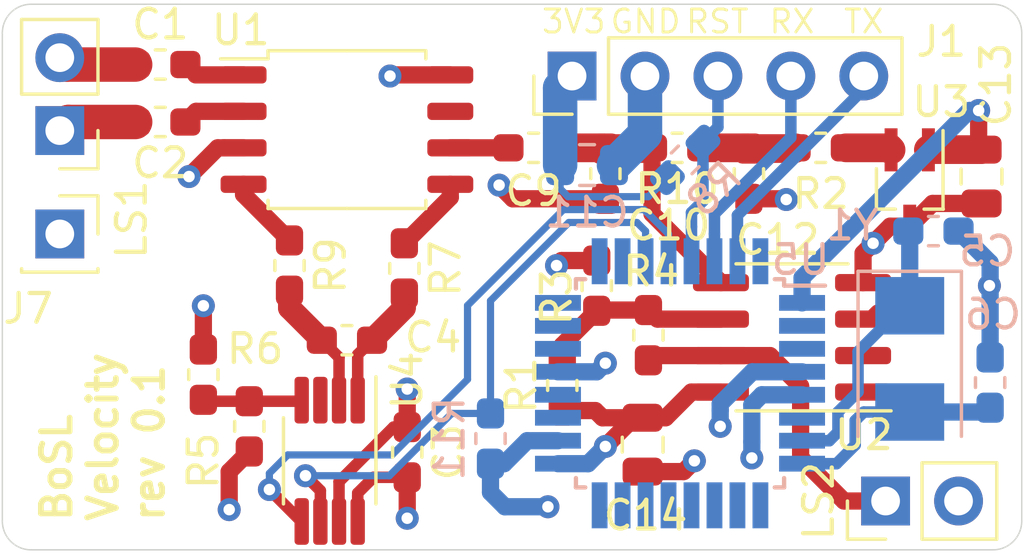
<source format=kicad_pcb>
(kicad_pcb (version 20171130) (host pcbnew "(5.1.5)-3")

  (general
    (thickness 1.6)
    (drawings 14)
    (tracks 198)
    (zones 0)
    (modules 33)
    (nets 48)
  )

  (page A4)
  (layers
    (0 F.Cu signal)
    (1 In1.Cu power)
    (2 In2.Cu power)
    (31 B.Cu signal)
    (32 B.Adhes user)
    (33 F.Adhes user)
    (34 B.Paste user)
    (35 F.Paste user)
    (36 B.SilkS user)
    (37 F.SilkS user)
    (38 B.Mask user)
    (39 F.Mask user)
    (40 Dwgs.User user)
    (41 Cmts.User user)
    (42 Eco1.User user)
    (43 Eco2.User user)
    (44 Edge.Cuts user)
    (45 Margin user)
    (46 B.CrtYd user)
    (47 F.CrtYd user)
    (48 B.Fab user hide)
    (49 F.Fab user hide)
  )

  (setup
    (last_trace_width 0.25)
    (user_trace_width 0.4)
    (user_trace_width 0.6)
    (user_trace_width 0.8)
    (user_trace_width 1)
    (user_trace_width 1.2)
    (user_trace_width 1.6)
    (user_trace_width 2.4)
    (trace_clearance 0.2)
    (zone_clearance 0.508)
    (zone_45_only no)
    (trace_min 0.2)
    (via_size 0.8)
    (via_drill 0.4)
    (via_min_size 0.4)
    (via_min_drill 0.3)
    (uvia_size 0.3)
    (uvia_drill 0.1)
    (uvias_allowed no)
    (uvia_min_size 0.2)
    (uvia_min_drill 0.1)
    (edge_width 0.05)
    (segment_width 0.2)
    (pcb_text_width 0.3)
    (pcb_text_size 1.5 1.5)
    (mod_edge_width 0.12)
    (mod_text_size 1 1)
    (mod_text_width 0.15)
    (pad_size 1.05 0.95)
    (pad_drill 0)
    (pad_to_mask_clearance 0.051)
    (solder_mask_min_width 0.25)
    (aux_axis_origin 0 0)
    (visible_elements 7FFFFFFF)
    (pcbplotparams
      (layerselection 0x010fc_ffffffff)
      (usegerberextensions false)
      (usegerberattributes false)
      (usegerberadvancedattributes false)
      (creategerberjobfile false)
      (excludeedgelayer true)
      (linewidth 0.100000)
      (plotframeref false)
      (viasonmask false)
      (mode 1)
      (useauxorigin false)
      (hpglpennumber 1)
      (hpglpenspeed 20)
      (hpglpendiameter 15.000000)
      (psnegative false)
      (psa4output false)
      (plotreference true)
      (plotvalue true)
      (plotinvisibletext false)
      (padsonsilk false)
      (subtractmaskfromsilk false)
      (outputformat 1)
      (mirror false)
      (drillshape 0)
      (scaleselection 1)
      (outputdirectory "Production/"))
  )

  (net 0 "")
  (net 1 GND)
  (net 2 VPP)
  (net 3 "Net-(C4-Pad1)")
  (net 4 "Net-(C4-Pad2)")
  (net 5 "Net-(U4-Pad3)")
  (net 6 "Net-(C1-Pad1)")
  (net 7 "Net-(C1-Pad2)")
  (net 8 "Net-(C2-Pad2)")
  (net 9 "Net-(C2-Pad1)")
  (net 10 Driver_Wave)
  (net 11 "Net-(C9-Pad2)")
  (net 12 "Net-(C12-Pad1)")
  (net 13 "Net-(LS2-Pad1)")
  (net 14 "Net-(R1-Pad2)")
  (net 15 "Net-(U1-Pad7)")
  (net 16 "Net-(R5-Pad2)")
  (net 17 "Net-(R7-Pad1)")
  (net 18 "Net-(R9-Pad1)")
  (net 19 "Net-(R2-Pad1)")
  (net 20 "Net-(C5-Pad2)")
  (net 21 "Net-(C6-Pad1)")
  (net 22 VCLOCK)
  (net 23 VOPAMP)
  (net 24 SDA)
  (net 25 SCL)
  (net 26 "Net-(U5-Pad32)")
  (net 27 TTL_TX)
  (net 28 TTL_RX)
  (net 29 "Net-(U5-Pad26)")
  (net 30 "Net-(U5-Pad25)")
  (net 31 "Net-(U5-Pad24)")
  (net 32 "Net-(U5-Pad23)")
  (net 33 "Net-(U5-Pad22)")
  (net 34 "Net-(U5-Pad20)")
  (net 35 "Net-(U5-Pad19)")
  (net 36 "Net-(U5-Pad16)")
  (net 37 "Net-(U5-Pad15)")
  (net 38 "Net-(U5-Pad14)")
  (net 39 "Net-(U5-Pad13)")
  (net 40 "Net-(U5-Pad12)")
  (net 41 "Net-(U5-Pad6)")
  (net 42 "Net-(U5-Pad3)")
  (net 43 TTL_RST)
  (net 44 "Net-(U5-Pad2)")
  (net 45 "Net-(U5-Pad11)")
  (net 46 "Net-(U5-Pad9)")
  (net 47 "Net-(U5-Pad10)")

  (net_class Default "This is the default net class."
    (clearance 0.2)
    (trace_width 0.25)
    (via_dia 0.8)
    (via_drill 0.4)
    (uvia_dia 0.3)
    (uvia_drill 0.1)
    (add_net Driver_Wave)
    (add_net GND)
    (add_net "Net-(C1-Pad1)")
    (add_net "Net-(C1-Pad2)")
    (add_net "Net-(C12-Pad1)")
    (add_net "Net-(C2-Pad1)")
    (add_net "Net-(C2-Pad2)")
    (add_net "Net-(C4-Pad1)")
    (add_net "Net-(C4-Pad2)")
    (add_net "Net-(C5-Pad2)")
    (add_net "Net-(C6-Pad1)")
    (add_net "Net-(C9-Pad2)")
    (add_net "Net-(LS2-Pad1)")
    (add_net "Net-(R1-Pad2)")
    (add_net "Net-(R2-Pad1)")
    (add_net "Net-(R5-Pad2)")
    (add_net "Net-(R7-Pad1)")
    (add_net "Net-(R9-Pad1)")
    (add_net "Net-(U1-Pad7)")
    (add_net "Net-(U4-Pad3)")
    (add_net "Net-(U5-Pad10)")
    (add_net "Net-(U5-Pad11)")
    (add_net "Net-(U5-Pad12)")
    (add_net "Net-(U5-Pad13)")
    (add_net "Net-(U5-Pad14)")
    (add_net "Net-(U5-Pad15)")
    (add_net "Net-(U5-Pad16)")
    (add_net "Net-(U5-Pad19)")
    (add_net "Net-(U5-Pad2)")
    (add_net "Net-(U5-Pad20)")
    (add_net "Net-(U5-Pad22)")
    (add_net "Net-(U5-Pad23)")
    (add_net "Net-(U5-Pad24)")
    (add_net "Net-(U5-Pad25)")
    (add_net "Net-(U5-Pad26)")
    (add_net "Net-(U5-Pad3)")
    (add_net "Net-(U5-Pad32)")
    (add_net "Net-(U5-Pad6)")
    (add_net "Net-(U5-Pad9)")
    (add_net SCL)
    (add_net SDA)
    (add_net TTL_RST)
    (add_net TTL_RX)
    (add_net TTL_TX)
    (add_net VCLOCK)
    (add_net VOPAMP)
    (add_net VPP)
  )

  (module Capacitor_SMD:C_0603_1608Metric_Pad1.05x0.95mm_HandSolder (layer B.Cu) (tedit 5B301BBE) (tstamp 5E45D0F2)
    (at 137.9 60.175 90)
    (descr "Capacitor SMD 0603 (1608 Metric), square (rectangular) end terminal, IPC_7351 nominal with elongated pad for handsoldering. (Body size source: http://www.tortai-tech.com/upload/download/2011102023233369053.pdf), generated with kicad-footprint-generator")
    (tags "capacitor handsolder")
    (path /5E459327)
    (attr smd)
    (fp_text reference C6 (at 2.375 0.1) (layer B.SilkS)
      (effects (font (size 1 1) (thickness 0.15)) (justify mirror))
    )
    (fp_text value "18 pF" (at 0 -1.43 270) (layer B.Fab)
      (effects (font (size 1 1) (thickness 0.15)) (justify mirror))
    )
    (fp_text user %R (at 0 0 270) (layer B.Fab)
      (effects (font (size 0.4 0.4) (thickness 0.06)) (justify mirror))
    )
    (fp_line (start 1.65 -0.73) (end -1.65 -0.73) (layer B.CrtYd) (width 0.05))
    (fp_line (start 1.65 0.73) (end 1.65 -0.73) (layer B.CrtYd) (width 0.05))
    (fp_line (start -1.65 0.73) (end 1.65 0.73) (layer B.CrtYd) (width 0.05))
    (fp_line (start -1.65 -0.73) (end -1.65 0.73) (layer B.CrtYd) (width 0.05))
    (fp_line (start -0.171267 -0.51) (end 0.171267 -0.51) (layer B.SilkS) (width 0.12))
    (fp_line (start -0.171267 0.51) (end 0.171267 0.51) (layer B.SilkS) (width 0.12))
    (fp_line (start 0.8 -0.4) (end -0.8 -0.4) (layer B.Fab) (width 0.1))
    (fp_line (start 0.8 0.4) (end 0.8 -0.4) (layer B.Fab) (width 0.1))
    (fp_line (start -0.8 0.4) (end 0.8 0.4) (layer B.Fab) (width 0.1))
    (fp_line (start -0.8 -0.4) (end -0.8 0.4) (layer B.Fab) (width 0.1))
    (pad 2 smd roundrect (at 0.875 0 90) (size 1.05 0.95) (layers B.Cu B.Paste B.Mask) (roundrect_rratio 0.25)
      (net 1 GND))
    (pad 1 smd roundrect (at -0.875 0 90) (size 1.05 0.95) (layers B.Cu B.Paste B.Mask) (roundrect_rratio 0.25)
      (net 21 "Net-(C6-Pad1)"))
    (model ${KISYS3DMOD}/Capacitor_SMD.3dshapes/C_0603_1608Metric.wrl
      (at (xyz 0 0 0))
      (scale (xyz 1 1 1))
      (rotate (xyz 0 0 0))
    )
  )

  (module Connector_PinHeader_2.54mm:PinHeader_1x05_P2.54mm_Vertical (layer F.Cu) (tedit 59FED5CC) (tstamp 5E468751)
    (at 123.34 49.5 90)
    (descr "Through hole straight pin header, 1x05, 2.54mm pitch, single row")
    (tags "Through hole pin header THT 1x05 2.54mm single row")
    (path /5E4B4FBE)
    (fp_text reference J1 (at 1.2 12.86) (layer F.SilkS)
      (effects (font (size 1 1) (thickness 0.15)))
    )
    (fp_text value Conn_01x05 (at 0 12.49 90) (layer F.Fab)
      (effects (font (size 1 1) (thickness 0.15)))
    )
    (fp_text user %R (at 0 5.08) (layer F.Fab)
      (effects (font (size 1 1) (thickness 0.15)))
    )
    (fp_line (start 1.8 -1.8) (end -1.8 -1.8) (layer F.CrtYd) (width 0.05))
    (fp_line (start 1.8 11.95) (end 1.8 -1.8) (layer F.CrtYd) (width 0.05))
    (fp_line (start -1.8 11.95) (end 1.8 11.95) (layer F.CrtYd) (width 0.05))
    (fp_line (start -1.8 -1.8) (end -1.8 11.95) (layer F.CrtYd) (width 0.05))
    (fp_line (start -1.33 -1.33) (end 0 -1.33) (layer F.SilkS) (width 0.12))
    (fp_line (start -1.33 0) (end -1.33 -1.33) (layer F.SilkS) (width 0.12))
    (fp_line (start -1.33 1.27) (end 1.33 1.27) (layer F.SilkS) (width 0.12))
    (fp_line (start 1.33 1.27) (end 1.33 11.49) (layer F.SilkS) (width 0.12))
    (fp_line (start -1.33 1.27) (end -1.33 11.49) (layer F.SilkS) (width 0.12))
    (fp_line (start -1.33 11.49) (end 1.33 11.49) (layer F.SilkS) (width 0.12))
    (fp_line (start -1.27 -0.635) (end -0.635 -1.27) (layer F.Fab) (width 0.1))
    (fp_line (start -1.27 11.43) (end -1.27 -0.635) (layer F.Fab) (width 0.1))
    (fp_line (start 1.27 11.43) (end -1.27 11.43) (layer F.Fab) (width 0.1))
    (fp_line (start 1.27 -1.27) (end 1.27 11.43) (layer F.Fab) (width 0.1))
    (fp_line (start -0.635 -1.27) (end 1.27 -1.27) (layer F.Fab) (width 0.1))
    (pad 5 thru_hole oval (at 0 10.16 90) (size 1.7 1.7) (drill 1) (layers *.Cu *.Mask)
      (net 27 TTL_TX))
    (pad 4 thru_hole oval (at 0 7.62 90) (size 1.7 1.7) (drill 1) (layers *.Cu *.Mask)
      (net 28 TTL_RX))
    (pad 3 thru_hole oval (at 0 5.08 90) (size 1.7 1.7) (drill 1) (layers *.Cu *.Mask)
      (net 43 TTL_RST))
    (pad 2 thru_hole oval (at 0 2.54 90) (size 1.7 1.7) (drill 1) (layers *.Cu *.Mask)
      (net 1 GND))
    (pad 1 thru_hole rect (at 0 0 90) (size 1.7 1.7) (drill 1) (layers *.Cu *.Mask)
      (net 2 VPP))
  )

  (module Resistor_SMD:R_0603_1608Metric_Pad1.05x0.95mm_HandSolder (layer B.Cu) (tedit 5B301BBD) (tstamp 5E45D282)
    (at 120.5 62.125 270)
    (descr "Resistor SMD 0603 (1608 Metric), square (rectangular) end terminal, IPC_7351 nominal with elongated pad for handsoldering. (Body size source: http://www.tortai-tech.com/upload/download/2011102023233369053.pdf), generated with kicad-footprint-generator")
    (tags "resistor handsolder")
    (path /5E4382A8)
    (attr smd)
    (fp_text reference R11 (at 0 1.43 90) (layer B.SilkS)
      (effects (font (size 1 1) (thickness 0.15)) (justify mirror))
    )
    (fp_text value "10 kΩ" (at 0 -1.43 90) (layer B.Fab)
      (effects (font (size 1 1) (thickness 0.15)) (justify mirror))
    )
    (fp_text user %R (at 0 0 90) (layer B.Fab)
      (effects (font (size 0.4 0.4) (thickness 0.06)) (justify mirror))
    )
    (fp_line (start 1.65 -0.73) (end -1.65 -0.73) (layer B.CrtYd) (width 0.05))
    (fp_line (start 1.65 0.73) (end 1.65 -0.73) (layer B.CrtYd) (width 0.05))
    (fp_line (start -1.65 0.73) (end 1.65 0.73) (layer B.CrtYd) (width 0.05))
    (fp_line (start -1.65 -0.73) (end -1.65 0.73) (layer B.CrtYd) (width 0.05))
    (fp_line (start -0.171267 -0.51) (end 0.171267 -0.51) (layer B.SilkS) (width 0.12))
    (fp_line (start -0.171267 0.51) (end 0.171267 0.51) (layer B.SilkS) (width 0.12))
    (fp_line (start 0.8 -0.4) (end -0.8 -0.4) (layer B.Fab) (width 0.1))
    (fp_line (start 0.8 0.4) (end 0.8 -0.4) (layer B.Fab) (width 0.1))
    (fp_line (start -0.8 0.4) (end 0.8 0.4) (layer B.Fab) (width 0.1))
    (fp_line (start -0.8 -0.4) (end -0.8 0.4) (layer B.Fab) (width 0.1))
    (pad 2 smd roundrect (at 0.875 0 270) (size 1.05 0.95) (layers B.Cu B.Paste B.Mask) (roundrect_rratio 0.25)
      (net 2 VPP))
    (pad 1 smd roundrect (at -0.875 0 270) (size 1.05 0.95) (layers B.Cu B.Paste B.Mask) (roundrect_rratio 0.25)
      (net 24 SDA))
    (model ${KISYS3DMOD}/Resistor_SMD.3dshapes/R_0603_1608Metric.wrl
      (at (xyz 0 0 0))
      (scale (xyz 1 1 1))
      (rotate (xyz 0 0 0))
    )
  )

  (module Resistor_SMD:R_0603_1608Metric_Pad1.05x0.95mm_HandSolder (layer F.Cu) (tedit 5B301BBD) (tstamp 5E45D271)
    (at 127 52 180)
    (descr "Resistor SMD 0603 (1608 Metric), square (rectangular) end terminal, IPC_7351 nominal with elongated pad for handsoldering. (Body size source: http://www.tortai-tech.com/upload/download/2011102023233369053.pdf), generated with kicad-footprint-generator")
    (tags "resistor handsolder")
    (path /5DEEC06C)
    (attr smd)
    (fp_text reference R10 (at 0 -1.43) (layer F.SilkS)
      (effects (font (size 1 1) (thickness 0.15)))
    )
    (fp_text value "1 kΩ" (at 0 1.43) (layer F.Fab)
      (effects (font (size 1 1) (thickness 0.15)))
    )
    (fp_text user %R (at 0 0) (layer F.Fab)
      (effects (font (size 0.4 0.4) (thickness 0.06)))
    )
    (fp_line (start 1.65 0.73) (end -1.65 0.73) (layer F.CrtYd) (width 0.05))
    (fp_line (start 1.65 -0.73) (end 1.65 0.73) (layer F.CrtYd) (width 0.05))
    (fp_line (start -1.65 -0.73) (end 1.65 -0.73) (layer F.CrtYd) (width 0.05))
    (fp_line (start -1.65 0.73) (end -1.65 -0.73) (layer F.CrtYd) (width 0.05))
    (fp_line (start -0.171267 0.51) (end 0.171267 0.51) (layer F.SilkS) (width 0.12))
    (fp_line (start -0.171267 -0.51) (end 0.171267 -0.51) (layer F.SilkS) (width 0.12))
    (fp_line (start 0.8 0.4) (end -0.8 0.4) (layer F.Fab) (width 0.1))
    (fp_line (start 0.8 -0.4) (end 0.8 0.4) (layer F.Fab) (width 0.1))
    (fp_line (start -0.8 -0.4) (end 0.8 -0.4) (layer F.Fab) (width 0.1))
    (fp_line (start -0.8 0.4) (end -0.8 -0.4) (layer F.Fab) (width 0.1))
    (pad 2 smd roundrect (at 0.875 0 180) (size 1.05 0.95) (layers F.Cu F.Paste F.Mask) (roundrect_rratio 0.25)
      (net 10 Driver_Wave))
    (pad 1 smd roundrect (at -0.875 0 180) (size 1.05 0.95) (layers F.Cu F.Paste F.Mask) (roundrect_rratio 0.25)
      (net 12 "Net-(C12-Pad1)"))
    (model ${KISYS3DMOD}/Resistor_SMD.3dshapes/R_0603_1608Metric.wrl
      (at (xyz 0 0 0))
      (scale (xyz 1 1 1))
      (rotate (xyz 0 0 0))
    )
  )

  (module Resistor_SMD:R_0603_1608Metric_Pad1.05x0.95mm_HandSolder (layer F.Cu) (tedit 5B301BBD) (tstamp 5E45D260)
    (at 113.5 56.1 270)
    (descr "Resistor SMD 0603 (1608 Metric), square (rectangular) end terminal, IPC_7351 nominal with elongated pad for handsoldering. (Body size source: http://www.tortai-tech.com/upload/download/2011102023233369053.pdf), generated with kicad-footprint-generator")
    (tags "resistor handsolder")
    (path /5E38B726)
    (attr smd)
    (fp_text reference R9 (at 0 -1.43 90) (layer F.SilkS)
      (effects (font (size 1 1) (thickness 0.15)))
    )
    (fp_text value "330 Ω" (at 0 1.43 90) (layer F.Fab)
      (effects (font (size 1 1) (thickness 0.15)))
    )
    (fp_text user %R (at 0 0 90) (layer F.Fab)
      (effects (font (size 0.4 0.4) (thickness 0.06)))
    )
    (fp_line (start 1.65 0.73) (end -1.65 0.73) (layer F.CrtYd) (width 0.05))
    (fp_line (start 1.65 -0.73) (end 1.65 0.73) (layer F.CrtYd) (width 0.05))
    (fp_line (start -1.65 -0.73) (end 1.65 -0.73) (layer F.CrtYd) (width 0.05))
    (fp_line (start -1.65 0.73) (end -1.65 -0.73) (layer F.CrtYd) (width 0.05))
    (fp_line (start -0.171267 0.51) (end 0.171267 0.51) (layer F.SilkS) (width 0.12))
    (fp_line (start -0.171267 -0.51) (end 0.171267 -0.51) (layer F.SilkS) (width 0.12))
    (fp_line (start 0.8 0.4) (end -0.8 0.4) (layer F.Fab) (width 0.1))
    (fp_line (start 0.8 -0.4) (end 0.8 0.4) (layer F.Fab) (width 0.1))
    (fp_line (start -0.8 -0.4) (end 0.8 -0.4) (layer F.Fab) (width 0.1))
    (fp_line (start -0.8 0.4) (end -0.8 -0.4) (layer F.Fab) (width 0.1))
    (pad 2 smd roundrect (at 0.875 0 270) (size 1.05 0.95) (layers F.Cu F.Paste F.Mask) (roundrect_rratio 0.25)
      (net 4 "Net-(C4-Pad2)"))
    (pad 1 smd roundrect (at -0.875 0 270) (size 1.05 0.95) (layers F.Cu F.Paste F.Mask) (roundrect_rratio 0.25)
      (net 18 "Net-(R9-Pad1)"))
    (model ${KISYS3DMOD}/Resistor_SMD.3dshapes/R_0603_1608Metric.wrl
      (at (xyz 0 0 0))
      (scale (xyz 1 1 1))
      (rotate (xyz 0 0 0))
    )
  )

  (module Resistor_SMD:R_0603_1608Metric_Pad1.05x0.95mm_HandSolder (layer B.Cu) (tedit 5B301BBD) (tstamp 5E46D911)
    (at 127.281282 52.418718 45)
    (descr "Resistor SMD 0603 (1608 Metric), square (rectangular) end terminal, IPC_7351 nominal with elongated pad for handsoldering. (Body size source: http://www.tortai-tech.com/upload/download/2011102023233369053.pdf), generated with kicad-footprint-generator")
    (tags "resistor handsolder")
    (path /5E46438F)
    (attr smd)
    (fp_text reference R8 (at 0 1.43 45) (layer B.SilkS)
      (effects (font (size 1 1) (thickness 0.15)) (justify mirror))
    )
    (fp_text value "10 kΩ" (at 0 -1.43 45) (layer B.Fab)
      (effects (font (size 1 1) (thickness 0.15)) (justify mirror))
    )
    (fp_text user %R (at 0 0 45) (layer B.Fab)
      (effects (font (size 0.4 0.4) (thickness 0.06)) (justify mirror))
    )
    (fp_line (start 1.65 -0.73) (end -1.65 -0.73) (layer B.CrtYd) (width 0.05))
    (fp_line (start 1.65 0.73) (end 1.65 -0.73) (layer B.CrtYd) (width 0.05))
    (fp_line (start -1.65 0.73) (end 1.65 0.73) (layer B.CrtYd) (width 0.05))
    (fp_line (start -1.65 -0.73) (end -1.65 0.73) (layer B.CrtYd) (width 0.05))
    (fp_line (start -0.171267 -0.51) (end 0.171267 -0.51) (layer B.SilkS) (width 0.12))
    (fp_line (start -0.171267 0.51) (end 0.171267 0.51) (layer B.SilkS) (width 0.12))
    (fp_line (start 0.8 -0.4) (end -0.8 -0.4) (layer B.Fab) (width 0.1))
    (fp_line (start 0.8 0.4) (end 0.8 -0.4) (layer B.Fab) (width 0.1))
    (fp_line (start -0.8 0.4) (end 0.8 0.4) (layer B.Fab) (width 0.1))
    (fp_line (start -0.8 -0.4) (end -0.8 0.4) (layer B.Fab) (width 0.1))
    (pad 2 smd roundrect (at 0.875 0 45) (size 1.05 0.95) (layers B.Cu B.Paste B.Mask) (roundrect_rratio 0.25)
      (net 43 TTL_RST))
    (pad 1 smd roundrect (at -0.875 0 45) (size 1.05 0.95) (layers B.Cu B.Paste B.Mask) (roundrect_rratio 0.25)
      (net 2 VPP))
    (model ${KISYS3DMOD}/Resistor_SMD.3dshapes/R_0603_1608Metric.wrl
      (at (xyz 0 0 0))
      (scale (xyz 1 1 1))
      (rotate (xyz 0 0 0))
    )
  )

  (module Resistor_SMD:R_0603_1608Metric_Pad1.05x0.95mm_HandSolder (layer F.Cu) (tedit 5B301BBD) (tstamp 5E45D23E)
    (at 117.5 56.2 270)
    (descr "Resistor SMD 0603 (1608 Metric), square (rectangular) end terminal, IPC_7351 nominal with elongated pad for handsoldering. (Body size source: http://www.tortai-tech.com/upload/download/2011102023233369053.pdf), generated with kicad-footprint-generator")
    (tags "resistor handsolder")
    (path /5E45C221)
    (attr smd)
    (fp_text reference R7 (at 0 -1.43 90) (layer F.SilkS)
      (effects (font (size 1 1) (thickness 0.15)))
    )
    (fp_text value "330 Ω" (at 0 1.43 90) (layer F.Fab)
      (effects (font (size 1 1) (thickness 0.15)))
    )
    (fp_text user %R (at 0 0 90) (layer F.Fab)
      (effects (font (size 0.4 0.4) (thickness 0.06)))
    )
    (fp_line (start 1.65 0.73) (end -1.65 0.73) (layer F.CrtYd) (width 0.05))
    (fp_line (start 1.65 -0.73) (end 1.65 0.73) (layer F.CrtYd) (width 0.05))
    (fp_line (start -1.65 -0.73) (end 1.65 -0.73) (layer F.CrtYd) (width 0.05))
    (fp_line (start -1.65 0.73) (end -1.65 -0.73) (layer F.CrtYd) (width 0.05))
    (fp_line (start -0.171267 0.51) (end 0.171267 0.51) (layer F.SilkS) (width 0.12))
    (fp_line (start -0.171267 -0.51) (end 0.171267 -0.51) (layer F.SilkS) (width 0.12))
    (fp_line (start 0.8 0.4) (end -0.8 0.4) (layer F.Fab) (width 0.1))
    (fp_line (start 0.8 -0.4) (end 0.8 0.4) (layer F.Fab) (width 0.1))
    (fp_line (start -0.8 -0.4) (end 0.8 -0.4) (layer F.Fab) (width 0.1))
    (fp_line (start -0.8 0.4) (end -0.8 -0.4) (layer F.Fab) (width 0.1))
    (pad 2 smd roundrect (at 0.875 0 270) (size 1.05 0.95) (layers F.Cu F.Paste F.Mask) (roundrect_rratio 0.25)
      (net 3 "Net-(C4-Pad1)"))
    (pad 1 smd roundrect (at -0.875 0 270) (size 1.05 0.95) (layers F.Cu F.Paste F.Mask) (roundrect_rratio 0.25)
      (net 17 "Net-(R7-Pad1)"))
    (model ${KISYS3DMOD}/Resistor_SMD.3dshapes/R_0603_1608Metric.wrl
      (at (xyz 0 0 0))
      (scale (xyz 1 1 1))
      (rotate (xyz 0 0 0))
    )
  )

  (module Resistor_SMD:R_0603_1608Metric_Pad1.05x0.95mm_HandSolder (layer F.Cu) (tedit 5B301BBD) (tstamp 5E45D22D)
    (at 110.5 59.9 90)
    (descr "Resistor SMD 0603 (1608 Metric), square (rectangular) end terminal, IPC_7351 nominal with elongated pad for handsoldering. (Body size source: http://www.tortai-tech.com/upload/download/2011102023233369053.pdf), generated with kicad-footprint-generator")
    (tags "resistor handsolder")
    (path /5E436A94)
    (attr smd)
    (fp_text reference R6 (at 0.9 1.8 180) (layer F.SilkS)
      (effects (font (size 1 1) (thickness 0.15)))
    )
    (fp_text value "1 kΩ" (at 0 1.43 90) (layer F.Fab)
      (effects (font (size 1 1) (thickness 0.15)))
    )
    (fp_text user %R (at 0 0 90) (layer F.Fab)
      (effects (font (size 0.4 0.4) (thickness 0.06)))
    )
    (fp_line (start 1.65 0.73) (end -1.65 0.73) (layer F.CrtYd) (width 0.05))
    (fp_line (start 1.65 -0.73) (end 1.65 0.73) (layer F.CrtYd) (width 0.05))
    (fp_line (start -1.65 -0.73) (end 1.65 -0.73) (layer F.CrtYd) (width 0.05))
    (fp_line (start -1.65 0.73) (end -1.65 -0.73) (layer F.CrtYd) (width 0.05))
    (fp_line (start -0.171267 0.51) (end 0.171267 0.51) (layer F.SilkS) (width 0.12))
    (fp_line (start -0.171267 -0.51) (end 0.171267 -0.51) (layer F.SilkS) (width 0.12))
    (fp_line (start 0.8 0.4) (end -0.8 0.4) (layer F.Fab) (width 0.1))
    (fp_line (start 0.8 -0.4) (end 0.8 0.4) (layer F.Fab) (width 0.1))
    (fp_line (start -0.8 -0.4) (end 0.8 -0.4) (layer F.Fab) (width 0.1))
    (fp_line (start -0.8 0.4) (end -0.8 -0.4) (layer F.Fab) (width 0.1))
    (pad 2 smd roundrect (at 0.875 0 90) (size 1.05 0.95) (layers F.Cu F.Paste F.Mask) (roundrect_rratio 0.25)
      (net 1 GND))
    (pad 1 smd roundrect (at -0.875 0 90) (size 1.05 0.95) (layers F.Cu F.Paste F.Mask) (roundrect_rratio 0.25)
      (net 16 "Net-(R5-Pad2)"))
    (model ${KISYS3DMOD}/Resistor_SMD.3dshapes/R_0603_1608Metric.wrl
      (at (xyz 0 0 0))
      (scale (xyz 1 1 1))
      (rotate (xyz 0 0 0))
    )
  )

  (module Resistor_SMD:R_0603_1608Metric_Pad1.05x0.95mm_HandSolder (layer F.Cu) (tedit 5B301BBD) (tstamp 5E45D21C)
    (at 112.1 61.7 90)
    (descr "Resistor SMD 0603 (1608 Metric), square (rectangular) end terminal, IPC_7351 nominal with elongated pad for handsoldering. (Body size source: http://www.tortai-tech.com/upload/download/2011102023233369053.pdf), generated with kicad-footprint-generator")
    (tags "resistor handsolder")
    (path /5E436F78)
    (attr smd)
    (fp_text reference R5 (at -1.2 -1.6 90) (layer F.SilkS)
      (effects (font (size 1 1) (thickness 0.15)))
    )
    (fp_text value "2 kΩ" (at 0 1.43 90) (layer F.Fab)
      (effects (font (size 1 1) (thickness 0.15)))
    )
    (fp_text user %R (at 0 0 90) (layer F.Fab)
      (effects (font (size 0.4 0.4) (thickness 0.06)))
    )
    (fp_line (start 1.65 0.73) (end -1.65 0.73) (layer F.CrtYd) (width 0.05))
    (fp_line (start 1.65 -0.73) (end 1.65 0.73) (layer F.CrtYd) (width 0.05))
    (fp_line (start -1.65 -0.73) (end 1.65 -0.73) (layer F.CrtYd) (width 0.05))
    (fp_line (start -1.65 0.73) (end -1.65 -0.73) (layer F.CrtYd) (width 0.05))
    (fp_line (start -0.171267 0.51) (end 0.171267 0.51) (layer F.SilkS) (width 0.12))
    (fp_line (start -0.171267 -0.51) (end 0.171267 -0.51) (layer F.SilkS) (width 0.12))
    (fp_line (start 0.8 0.4) (end -0.8 0.4) (layer F.Fab) (width 0.1))
    (fp_line (start 0.8 -0.4) (end 0.8 0.4) (layer F.Fab) (width 0.1))
    (fp_line (start -0.8 -0.4) (end 0.8 -0.4) (layer F.Fab) (width 0.1))
    (fp_line (start -0.8 0.4) (end -0.8 -0.4) (layer F.Fab) (width 0.1))
    (pad 2 smd roundrect (at 0.875 0 90) (size 1.05 0.95) (layers F.Cu F.Paste F.Mask) (roundrect_rratio 0.25)
      (net 16 "Net-(R5-Pad2)"))
    (pad 1 smd roundrect (at -0.875 0 90) (size 1.05 0.95) (layers F.Cu F.Paste F.Mask) (roundrect_rratio 0.25)
      (net 2 VPP))
    (model ${KISYS3DMOD}/Resistor_SMD.3dshapes/R_0603_1608Metric.wrl
      (at (xyz 0 0 0))
      (scale (xyz 1 1 1))
      (rotate (xyz 0 0 0))
    )
  )

  (module Resistor_SMD:R_0603_1608Metric_Pad1.05x0.95mm_HandSolder (layer F.Cu) (tedit 5B301BBD) (tstamp 5E45D20B)
    (at 126 58.525 270)
    (descr "Resistor SMD 0603 (1608 Metric), square (rectangular) end terminal, IPC_7351 nominal with elongated pad for handsoldering. (Body size source: http://www.tortai-tech.com/upload/download/2011102023233369053.pdf), generated with kicad-footprint-generator")
    (tags "resistor handsolder")
    (path /5E282544)
    (attr smd)
    (fp_text reference R4 (at -2.225 -0.1 180) (layer F.SilkS)
      (effects (font (size 1 1) (thickness 0.15)))
    )
    (fp_text value "39 kΩ" (at 0 1.43 90) (layer F.Fab)
      (effects (font (size 1 1) (thickness 0.15)))
    )
    (fp_text user %R (at 0 0 90) (layer F.Fab)
      (effects (font (size 0.4 0.4) (thickness 0.06)))
    )
    (fp_line (start 1.65 0.73) (end -1.65 0.73) (layer F.CrtYd) (width 0.05))
    (fp_line (start 1.65 -0.73) (end 1.65 0.73) (layer F.CrtYd) (width 0.05))
    (fp_line (start -1.65 -0.73) (end 1.65 -0.73) (layer F.CrtYd) (width 0.05))
    (fp_line (start -1.65 0.73) (end -1.65 -0.73) (layer F.CrtYd) (width 0.05))
    (fp_line (start -0.171267 0.51) (end 0.171267 0.51) (layer F.SilkS) (width 0.12))
    (fp_line (start -0.171267 -0.51) (end 0.171267 -0.51) (layer F.SilkS) (width 0.12))
    (fp_line (start 0.8 0.4) (end -0.8 0.4) (layer F.Fab) (width 0.1))
    (fp_line (start 0.8 -0.4) (end 0.8 0.4) (layer F.Fab) (width 0.1))
    (fp_line (start -0.8 -0.4) (end 0.8 -0.4) (layer F.Fab) (width 0.1))
    (fp_line (start -0.8 0.4) (end -0.8 -0.4) (layer F.Fab) (width 0.1))
    (pad 2 smd roundrect (at 0.875 0 270) (size 1.05 0.95) (layers F.Cu F.Paste F.Mask) (roundrect_rratio 0.25)
      (net 13 "Net-(LS2-Pad1)"))
    (pad 1 smd roundrect (at -0.875 0 270) (size 1.05 0.95) (layers F.Cu F.Paste F.Mask) (roundrect_rratio 0.25)
      (net 14 "Net-(R1-Pad2)"))
    (model ${KISYS3DMOD}/Resistor_SMD.3dshapes/R_0603_1608Metric.wrl
      (at (xyz 0 0 0))
      (scale (xyz 1 1 1))
      (rotate (xyz 0 0 0))
    )
  )

  (module Resistor_SMD:R_0603_1608Metric_Pad1.05x0.95mm_HandSolder (layer F.Cu) (tedit 5B301BBD) (tstamp 5E468F46)
    (at 124.2 56.8 270)
    (descr "Resistor SMD 0603 (1608 Metric), square (rectangular) end terminal, IPC_7351 nominal with elongated pad for handsoldering. (Body size source: http://www.tortai-tech.com/upload/download/2011102023233369053.pdf), generated with kicad-footprint-generator")
    (tags "resistor handsolder")
    (path /5E286294)
    (attr smd)
    (fp_text reference R3 (at 0.4 1.4 90) (layer F.SilkS)
      (effects (font (size 1 1) (thickness 0.15)))
    )
    (fp_text value "1 kΩ" (at 0 1.43 90) (layer F.Fab)
      (effects (font (size 1 1) (thickness 0.15)))
    )
    (fp_text user %R (at 0 0 90) (layer F.Fab)
      (effects (font (size 0.4 0.4) (thickness 0.06)))
    )
    (fp_line (start 1.65 0.73) (end -1.65 0.73) (layer F.CrtYd) (width 0.05))
    (fp_line (start 1.65 -0.73) (end 1.65 0.73) (layer F.CrtYd) (width 0.05))
    (fp_line (start -1.65 -0.73) (end 1.65 -0.73) (layer F.CrtYd) (width 0.05))
    (fp_line (start -1.65 0.73) (end -1.65 -0.73) (layer F.CrtYd) (width 0.05))
    (fp_line (start -0.171267 0.51) (end 0.171267 0.51) (layer F.SilkS) (width 0.12))
    (fp_line (start -0.171267 -0.51) (end 0.171267 -0.51) (layer F.SilkS) (width 0.12))
    (fp_line (start 0.8 0.4) (end -0.8 0.4) (layer F.Fab) (width 0.1))
    (fp_line (start 0.8 -0.4) (end 0.8 0.4) (layer F.Fab) (width 0.1))
    (fp_line (start -0.8 -0.4) (end 0.8 -0.4) (layer F.Fab) (width 0.1))
    (fp_line (start -0.8 0.4) (end -0.8 -0.4) (layer F.Fab) (width 0.1))
    (pad 2 smd roundrect (at 0.875 0 270) (size 1.05 0.95) (layers F.Cu F.Paste F.Mask) (roundrect_rratio 0.25)
      (net 14 "Net-(R1-Pad2)"))
    (pad 1 smd roundrect (at -0.875 0 270) (size 1.05 0.95) (layers F.Cu F.Paste F.Mask) (roundrect_rratio 0.25)
      (net 1 GND))
    (model ${KISYS3DMOD}/Resistor_SMD.3dshapes/R_0603_1608Metric.wrl
      (at (xyz 0 0 0))
      (scale (xyz 1 1 1))
      (rotate (xyz 0 0 0))
    )
  )

  (module Resistor_SMD:R_0603_1608Metric_Pad1.05x0.95mm_HandSolder (layer F.Cu) (tedit 5B301BBD) (tstamp 5E45D1E9)
    (at 132 52 180)
    (descr "Resistor SMD 0603 (1608 Metric), square (rectangular) end terminal, IPC_7351 nominal with elongated pad for handsoldering. (Body size source: http://www.tortai-tech.com/upload/download/2011102023233369053.pdf), generated with kicad-footprint-generator")
    (tags "resistor handsolder")
    (path /5DE786A6)
    (attr smd)
    (fp_text reference R2 (at 0 -1.6) (layer F.SilkS)
      (effects (font (size 1 1) (thickness 0.15)))
    )
    (fp_text value "3.3 kΩ" (at 0 1.43) (layer F.Fab)
      (effects (font (size 1 1) (thickness 0.15)))
    )
    (fp_text user %R (at 0 0) (layer F.Fab)
      (effects (font (size 0.4 0.4) (thickness 0.06)))
    )
    (fp_line (start 1.65 0.73) (end -1.65 0.73) (layer F.CrtYd) (width 0.05))
    (fp_line (start 1.65 -0.73) (end 1.65 0.73) (layer F.CrtYd) (width 0.05))
    (fp_line (start -1.65 -0.73) (end 1.65 -0.73) (layer F.CrtYd) (width 0.05))
    (fp_line (start -1.65 0.73) (end -1.65 -0.73) (layer F.CrtYd) (width 0.05))
    (fp_line (start -0.171267 0.51) (end 0.171267 0.51) (layer F.SilkS) (width 0.12))
    (fp_line (start -0.171267 -0.51) (end 0.171267 -0.51) (layer F.SilkS) (width 0.12))
    (fp_line (start 0.8 0.4) (end -0.8 0.4) (layer F.Fab) (width 0.1))
    (fp_line (start 0.8 -0.4) (end 0.8 0.4) (layer F.Fab) (width 0.1))
    (fp_line (start -0.8 -0.4) (end 0.8 -0.4) (layer F.Fab) (width 0.1))
    (fp_line (start -0.8 0.4) (end -0.8 -0.4) (layer F.Fab) (width 0.1))
    (pad 2 smd roundrect (at 0.875 0 180) (size 1.05 0.95) (layers F.Cu F.Paste F.Mask) (roundrect_rratio 0.25)
      (net 12 "Net-(C12-Pad1)"))
    (pad 1 smd roundrect (at -0.875 0 180) (size 1.05 0.95) (layers F.Cu F.Paste F.Mask) (roundrect_rratio 0.25)
      (net 19 "Net-(R2-Pad1)"))
    (model ${KISYS3DMOD}/Resistor_SMD.3dshapes/R_0603_1608Metric.wrl
      (at (xyz 0 0 0))
      (scale (xyz 1 1 1))
      (rotate (xyz 0 0 0))
    )
  )

  (module Resistor_SMD:R_0603_1608Metric_Pad1.05x0.95mm_HandSolder (layer F.Cu) (tedit 5B301BBD) (tstamp 5E45D1D8)
    (at 123 60.275 90)
    (descr "Resistor SMD 0603 (1608 Metric), square (rectangular) end terminal, IPC_7351 nominal with elongated pad for handsoldering. (Body size source: http://www.tortai-tech.com/upload/download/2011102023233369053.pdf), generated with kicad-footprint-generator")
    (tags "resistor handsolder")
    (path /5E285F20)
    (attr smd)
    (fp_text reference R1 (at 0 -1.43 90) (layer F.SilkS)
      (effects (font (size 1 1) (thickness 0.15)))
    )
    (fp_text value "1 kΩ" (at 0 1.43 90) (layer F.Fab)
      (effects (font (size 1 1) (thickness 0.15)))
    )
    (fp_text user %R (at 0 0 90) (layer F.Fab)
      (effects (font (size 0.4 0.4) (thickness 0.06)))
    )
    (fp_line (start 1.65 0.73) (end -1.65 0.73) (layer F.CrtYd) (width 0.05))
    (fp_line (start 1.65 -0.73) (end 1.65 0.73) (layer F.CrtYd) (width 0.05))
    (fp_line (start -1.65 -0.73) (end 1.65 -0.73) (layer F.CrtYd) (width 0.05))
    (fp_line (start -1.65 0.73) (end -1.65 -0.73) (layer F.CrtYd) (width 0.05))
    (fp_line (start -0.171267 0.51) (end 0.171267 0.51) (layer F.SilkS) (width 0.12))
    (fp_line (start -0.171267 -0.51) (end 0.171267 -0.51) (layer F.SilkS) (width 0.12))
    (fp_line (start 0.8 0.4) (end -0.8 0.4) (layer F.Fab) (width 0.1))
    (fp_line (start 0.8 -0.4) (end 0.8 0.4) (layer F.Fab) (width 0.1))
    (fp_line (start -0.8 -0.4) (end 0.8 -0.4) (layer F.Fab) (width 0.1))
    (fp_line (start -0.8 0.4) (end -0.8 -0.4) (layer F.Fab) (width 0.1))
    (pad 2 smd roundrect (at 0.875 0 90) (size 1.05 0.95) (layers F.Cu F.Paste F.Mask) (roundrect_rratio 0.25)
      (net 14 "Net-(R1-Pad2)"))
    (pad 1 smd roundrect (at -0.875 0 90) (size 1.05 0.95) (layers F.Cu F.Paste F.Mask) (roundrect_rratio 0.25)
      (net 23 VOPAMP))
    (model ${KISYS3DMOD}/Resistor_SMD.3dshapes/R_0603_1608Metric.wrl
      (at (xyz 0 0 0))
      (scale (xyz 1 1 1))
      (rotate (xyz 0 0 0))
    )
  )

  (module Capacitor_SMD:C_0805_2012Metric (layer F.Cu) (tedit 5B36C52B) (tstamp 5E45D158)
    (at 125.8 62.3375 270)
    (descr "Capacitor SMD 0805 (2012 Metric), square (rectangular) end terminal, IPC_7351 nominal, (Body size source: https://docs.google.com/spreadsheets/d/1BsfQQcO9C6DZCsRaXUlFlo91Tg2WpOkGARC1WS5S8t0/edit?usp=sharing), generated with kicad-footprint-generator")
    (tags capacitor)
    (path /5E02AB84)
    (attr smd)
    (fp_text reference C14 (at 2.4625 -0.1 180) (layer F.SilkS)
      (effects (font (size 1 1) (thickness 0.15)))
    )
    (fp_text value "1 μF" (at 0 1.65 90) (layer F.Fab)
      (effects (font (size 1 1) (thickness 0.15)))
    )
    (fp_text user %R (at 0 0 90) (layer F.Fab)
      (effects (font (size 0.5 0.5) (thickness 0.08)))
    )
    (fp_line (start 1.68 0.95) (end -1.68 0.95) (layer F.CrtYd) (width 0.05))
    (fp_line (start 1.68 -0.95) (end 1.68 0.95) (layer F.CrtYd) (width 0.05))
    (fp_line (start -1.68 -0.95) (end 1.68 -0.95) (layer F.CrtYd) (width 0.05))
    (fp_line (start -1.68 0.95) (end -1.68 -0.95) (layer F.CrtYd) (width 0.05))
    (fp_line (start -0.258578 0.71) (end 0.258578 0.71) (layer F.SilkS) (width 0.12))
    (fp_line (start -0.258578 -0.71) (end 0.258578 -0.71) (layer F.SilkS) (width 0.12))
    (fp_line (start 1 0.6) (end -1 0.6) (layer F.Fab) (width 0.1))
    (fp_line (start 1 -0.6) (end 1 0.6) (layer F.Fab) (width 0.1))
    (fp_line (start -1 -0.6) (end 1 -0.6) (layer F.Fab) (width 0.1))
    (fp_line (start -1 0.6) (end -1 -0.6) (layer F.Fab) (width 0.1))
    (pad 2 smd roundrect (at 0.9375 0 270) (size 0.975 1.4) (layers F.Cu F.Paste F.Mask) (roundrect_rratio 0.25)
      (net 1 GND))
    (pad 1 smd roundrect (at -0.9375 0 270) (size 0.975 1.4) (layers F.Cu F.Paste F.Mask) (roundrect_rratio 0.25)
      (net 23 VOPAMP))
    (model ${KISYS3DMOD}/Capacitor_SMD.3dshapes/C_0805_2012Metric.wrl
      (at (xyz 0 0 0))
      (scale (xyz 1 1 1))
      (rotate (xyz 0 0 0))
    )
  )

  (module Capacitor_SMD:C_0805_2012Metric (layer F.Cu) (tedit 5B36C52B) (tstamp 5E45D147)
    (at 137.6 53 90)
    (descr "Capacitor SMD 0805 (2012 Metric), square (rectangular) end terminal, IPC_7351 nominal, (Body size source: https://docs.google.com/spreadsheets/d/1BsfQQcO9C6DZCsRaXUlFlo91Tg2WpOkGARC1WS5S8t0/edit?usp=sharing), generated with kicad-footprint-generator")
    (tags capacitor)
    (path /5DEF7CB3)
    (attr smd)
    (fp_text reference C13 (at 3.2 0.5 90) (layer F.SilkS)
      (effects (font (size 1 1) (thickness 0.15)))
    )
    (fp_text value "1 μF" (at 0 1.65 90) (layer F.Fab)
      (effects (font (size 1 1) (thickness 0.15)))
    )
    (fp_text user %R (at 0 0 90) (layer F.Fab)
      (effects (font (size 0.5 0.5) (thickness 0.08)))
    )
    (fp_line (start 1.68 0.95) (end -1.68 0.95) (layer F.CrtYd) (width 0.05))
    (fp_line (start 1.68 -0.95) (end 1.68 0.95) (layer F.CrtYd) (width 0.05))
    (fp_line (start -1.68 -0.95) (end 1.68 -0.95) (layer F.CrtYd) (width 0.05))
    (fp_line (start -1.68 0.95) (end -1.68 -0.95) (layer F.CrtYd) (width 0.05))
    (fp_line (start -0.258578 0.71) (end 0.258578 0.71) (layer F.SilkS) (width 0.12))
    (fp_line (start -0.258578 -0.71) (end 0.258578 -0.71) (layer F.SilkS) (width 0.12))
    (fp_line (start 1 0.6) (end -1 0.6) (layer F.Fab) (width 0.1))
    (fp_line (start 1 -0.6) (end 1 0.6) (layer F.Fab) (width 0.1))
    (fp_line (start -1 -0.6) (end 1 -0.6) (layer F.Fab) (width 0.1))
    (fp_line (start -1 0.6) (end -1 -0.6) (layer F.Fab) (width 0.1))
    (pad 2 smd roundrect (at 0.9375 0 90) (size 0.975 1.4) (layers F.Cu F.Paste F.Mask) (roundrect_rratio 0.25)
      (net 22 VCLOCK))
    (pad 1 smd roundrect (at -0.9375 0 90) (size 0.975 1.4) (layers F.Cu F.Paste F.Mask) (roundrect_rratio 0.25)
      (net 1 GND))
    (model ${KISYS3DMOD}/Capacitor_SMD.3dshapes/C_0805_2012Metric.wrl
      (at (xyz 0 0 0))
      (scale (xyz 1 1 1))
      (rotate (xyz 0 0 0))
    )
  )

  (module Capacitor_SMD:C_0603_1608Metric_Pad1.05x0.95mm_HandSolder (layer F.Cu) (tedit 5B301BBE) (tstamp 5E45D136)
    (at 129.5 52.9 270)
    (descr "Capacitor SMD 0603 (1608 Metric), square (rectangular) end terminal, IPC_7351 nominal with elongated pad for handsoldering. (Body size source: http://www.tortai-tech.com/upload/download/2011102023233369053.pdf), generated with kicad-footprint-generator")
    (tags "capacitor handsolder")
    (path /5DEEB130)
    (attr smd)
    (fp_text reference C12 (at 2.3 -1 180) (layer F.SilkS)
      (effects (font (size 1 1) (thickness 0.15)))
    )
    (fp_text value "330 pF" (at 0 1.43 90) (layer F.Fab)
      (effects (font (size 1 1) (thickness 0.15)))
    )
    (fp_text user %R (at 0 0 90) (layer F.Fab)
      (effects (font (size 0.4 0.4) (thickness 0.06)))
    )
    (fp_line (start 1.65 0.73) (end -1.65 0.73) (layer F.CrtYd) (width 0.05))
    (fp_line (start 1.65 -0.73) (end 1.65 0.73) (layer F.CrtYd) (width 0.05))
    (fp_line (start -1.65 -0.73) (end 1.65 -0.73) (layer F.CrtYd) (width 0.05))
    (fp_line (start -1.65 0.73) (end -1.65 -0.73) (layer F.CrtYd) (width 0.05))
    (fp_line (start -0.171267 0.51) (end 0.171267 0.51) (layer F.SilkS) (width 0.12))
    (fp_line (start -0.171267 -0.51) (end 0.171267 -0.51) (layer F.SilkS) (width 0.12))
    (fp_line (start 0.8 0.4) (end -0.8 0.4) (layer F.Fab) (width 0.1))
    (fp_line (start 0.8 -0.4) (end 0.8 0.4) (layer F.Fab) (width 0.1))
    (fp_line (start -0.8 -0.4) (end 0.8 -0.4) (layer F.Fab) (width 0.1))
    (fp_line (start -0.8 0.4) (end -0.8 -0.4) (layer F.Fab) (width 0.1))
    (pad 2 smd roundrect (at 0.875 0 270) (size 1.05 0.95) (layers F.Cu F.Paste F.Mask) (roundrect_rratio 0.25)
      (net 1 GND))
    (pad 1 smd roundrect (at -0.875 0 270) (size 1.05 0.95) (layers F.Cu F.Paste F.Mask) (roundrect_rratio 0.25)
      (net 12 "Net-(C12-Pad1)"))
    (model ${KISYS3DMOD}/Capacitor_SMD.3dshapes/C_0603_1608Metric.wrl
      (at (xyz 0 0 0))
      (scale (xyz 1 1 1))
      (rotate (xyz 0 0 0))
    )
  )

  (module Capacitor_SMD:C_0805_2012Metric (layer B.Cu) (tedit 5B36C52B) (tstamp 5E45D125)
    (at 123.8625 52.6)
    (descr "Capacitor SMD 0805 (2012 Metric), square (rectangular) end terminal, IPC_7351 nominal, (Body size source: https://docs.google.com/spreadsheets/d/1BsfQQcO9C6DZCsRaXUlFlo91Tg2WpOkGARC1WS5S8t0/edit?usp=sharing), generated with kicad-footprint-generator")
    (tags capacitor)
    (path /5DEF08D7)
    (attr smd)
    (fp_text reference C11 (at 0 1.65) (layer B.SilkS)
      (effects (font (size 1 1) (thickness 0.15)) (justify mirror))
    )
    (fp_text value "3.3 μF" (at 0 -1.65) (layer B.Fab)
      (effects (font (size 1 1) (thickness 0.15)) (justify mirror))
    )
    (fp_text user %R (at 0 0) (layer B.Fab)
      (effects (font (size 0.5 0.5) (thickness 0.08)) (justify mirror))
    )
    (fp_line (start 1.68 -0.95) (end -1.68 -0.95) (layer B.CrtYd) (width 0.05))
    (fp_line (start 1.68 0.95) (end 1.68 -0.95) (layer B.CrtYd) (width 0.05))
    (fp_line (start -1.68 0.95) (end 1.68 0.95) (layer B.CrtYd) (width 0.05))
    (fp_line (start -1.68 -0.95) (end -1.68 0.95) (layer B.CrtYd) (width 0.05))
    (fp_line (start -0.258578 -0.71) (end 0.258578 -0.71) (layer B.SilkS) (width 0.12))
    (fp_line (start -0.258578 0.71) (end 0.258578 0.71) (layer B.SilkS) (width 0.12))
    (fp_line (start 1 -0.6) (end -1 -0.6) (layer B.Fab) (width 0.1))
    (fp_line (start 1 0.6) (end 1 -0.6) (layer B.Fab) (width 0.1))
    (fp_line (start -1 0.6) (end 1 0.6) (layer B.Fab) (width 0.1))
    (fp_line (start -1 -0.6) (end -1 0.6) (layer B.Fab) (width 0.1))
    (pad 2 smd roundrect (at 0.9375 0) (size 0.975 1.4) (layers B.Cu B.Paste B.Mask) (roundrect_rratio 0.25)
      (net 1 GND))
    (pad 1 smd roundrect (at -0.9375 0) (size 0.975 1.4) (layers B.Cu B.Paste B.Mask) (roundrect_rratio 0.25)
      (net 2 VPP))
    (model ${KISYS3DMOD}/Capacitor_SMD.3dshapes/C_0805_2012Metric.wrl
      (at (xyz 0 0 0))
      (scale (xyz 1 1 1))
      (rotate (xyz 0 0 0))
    )
  )

  (module Capacitor_SMD:C_0603_1608Metric_Pad1.05x0.95mm_HandSolder (layer F.Cu) (tedit 5B301BBE) (tstamp 5E45D114)
    (at 124.5 52.9 90)
    (descr "Capacitor SMD 0603 (1608 Metric), square (rectangular) end terminal, IPC_7351 nominal with elongated pad for handsoldering. (Body size source: http://www.tortai-tech.com/upload/download/2011102023233369053.pdf), generated with kicad-footprint-generator")
    (tags "capacitor handsolder")
    (path /5DEEBC96)
    (attr smd)
    (fp_text reference C10 (at -1.8 2.2 180) (layer F.SilkS)
      (effects (font (size 1 1) (thickness 0.15)))
    )
    (fp_text value "330 pF" (at 0 1.43 90) (layer F.Fab)
      (effects (font (size 1 1) (thickness 0.15)))
    )
    (fp_text user %R (at 0 0 90) (layer F.Fab)
      (effects (font (size 0.4 0.4) (thickness 0.06)))
    )
    (fp_line (start 1.65 0.73) (end -1.65 0.73) (layer F.CrtYd) (width 0.05))
    (fp_line (start 1.65 -0.73) (end 1.65 0.73) (layer F.CrtYd) (width 0.05))
    (fp_line (start -1.65 -0.73) (end 1.65 -0.73) (layer F.CrtYd) (width 0.05))
    (fp_line (start -1.65 0.73) (end -1.65 -0.73) (layer F.CrtYd) (width 0.05))
    (fp_line (start -0.171267 0.51) (end 0.171267 0.51) (layer F.SilkS) (width 0.12))
    (fp_line (start -0.171267 -0.51) (end 0.171267 -0.51) (layer F.SilkS) (width 0.12))
    (fp_line (start 0.8 0.4) (end -0.8 0.4) (layer F.Fab) (width 0.1))
    (fp_line (start 0.8 -0.4) (end 0.8 0.4) (layer F.Fab) (width 0.1))
    (fp_line (start -0.8 -0.4) (end 0.8 -0.4) (layer F.Fab) (width 0.1))
    (fp_line (start -0.8 0.4) (end -0.8 -0.4) (layer F.Fab) (width 0.1))
    (pad 2 smd roundrect (at 0.875 0 90) (size 1.05 0.95) (layers F.Cu F.Paste F.Mask) (roundrect_rratio 0.25)
      (net 10 Driver_Wave))
    (pad 1 smd roundrect (at -0.875 0 90) (size 1.05 0.95) (layers F.Cu F.Paste F.Mask) (roundrect_rratio 0.25)
      (net 1 GND))
    (model ${KISYS3DMOD}/Capacitor_SMD.3dshapes/C_0603_1608Metric.wrl
      (at (xyz 0 0 0))
      (scale (xyz 1 1 1))
      (rotate (xyz 0 0 0))
    )
  )

  (module Capacitor_SMD:C_0603_1608Metric_Pad1.05x0.95mm_HandSolder (layer F.Cu) (tedit 5B301BBE) (tstamp 5E45D103)
    (at 122 52 180)
    (descr "Capacitor SMD 0603 (1608 Metric), square (rectangular) end terminal, IPC_7351 nominal with elongated pad for handsoldering. (Body size source: http://www.tortai-tech.com/upload/download/2011102023233369053.pdf), generated with kicad-footprint-generator")
    (tags "capacitor handsolder")
    (path /5DEEB73A)
    (attr smd)
    (fp_text reference C9 (at 0 -1.5) (layer F.SilkS)
      (effects (font (size 1 1) (thickness 0.15)))
    )
    (fp_text value "330 pF" (at 0 1.43) (layer F.Fab)
      (effects (font (size 1 1) (thickness 0.15)))
    )
    (fp_text user %R (at 0 0) (layer F.Fab)
      (effects (font (size 0.4 0.4) (thickness 0.06)))
    )
    (fp_line (start 1.65 0.73) (end -1.65 0.73) (layer F.CrtYd) (width 0.05))
    (fp_line (start 1.65 -0.73) (end 1.65 0.73) (layer F.CrtYd) (width 0.05))
    (fp_line (start -1.65 -0.73) (end 1.65 -0.73) (layer F.CrtYd) (width 0.05))
    (fp_line (start -1.65 0.73) (end -1.65 -0.73) (layer F.CrtYd) (width 0.05))
    (fp_line (start -0.171267 0.51) (end 0.171267 0.51) (layer F.SilkS) (width 0.12))
    (fp_line (start -0.171267 -0.51) (end 0.171267 -0.51) (layer F.SilkS) (width 0.12))
    (fp_line (start 0.8 0.4) (end -0.8 0.4) (layer F.Fab) (width 0.1))
    (fp_line (start 0.8 -0.4) (end 0.8 0.4) (layer F.Fab) (width 0.1))
    (fp_line (start -0.8 -0.4) (end 0.8 -0.4) (layer F.Fab) (width 0.1))
    (fp_line (start -0.8 0.4) (end -0.8 -0.4) (layer F.Fab) (width 0.1))
    (pad 2 smd roundrect (at 0.875 0 180) (size 1.05 0.95) (layers F.Cu F.Paste F.Mask) (roundrect_rratio 0.25)
      (net 11 "Net-(C9-Pad2)"))
    (pad 1 smd roundrect (at -0.875 0 180) (size 1.05 0.95) (layers F.Cu F.Paste F.Mask) (roundrect_rratio 0.25)
      (net 10 Driver_Wave))
    (model ${KISYS3DMOD}/Capacitor_SMD.3dshapes/C_0603_1608Metric.wrl
      (at (xyz 0 0 0))
      (scale (xyz 1 1 1))
      (rotate (xyz 0 0 0))
    )
  )

  (module Capacitor_SMD:C_0603_1608Metric_Pad1.05x0.95mm_HandSolder (layer B.Cu) (tedit 5B301BBE) (tstamp 5E45D0E1)
    (at 135.925 54.9 180)
    (descr "Capacitor SMD 0603 (1608 Metric), square (rectangular) end terminal, IPC_7351 nominal with elongated pad for handsoldering. (Body size source: http://www.tortai-tech.com/upload/download/2011102023233369053.pdf), generated with kicad-footprint-generator")
    (tags "capacitor handsolder")
    (path /5E458B8B)
    (attr smd)
    (fp_text reference C5 (at -1.875 -0.7 180) (layer B.SilkS)
      (effects (font (size 1 1) (thickness 0.15)) (justify mirror))
    )
    (fp_text value "18 pF" (at 0 -1.43 180) (layer B.Fab)
      (effects (font (size 1 1) (thickness 0.15)) (justify mirror))
    )
    (fp_text user %R (at 0 0 180) (layer B.Fab)
      (effects (font (size 0.4 0.4) (thickness 0.06)) (justify mirror))
    )
    (fp_line (start 1.65 -0.73) (end -1.65 -0.73) (layer B.CrtYd) (width 0.05))
    (fp_line (start 1.65 0.73) (end 1.65 -0.73) (layer B.CrtYd) (width 0.05))
    (fp_line (start -1.65 0.73) (end 1.65 0.73) (layer B.CrtYd) (width 0.05))
    (fp_line (start -1.65 -0.73) (end -1.65 0.73) (layer B.CrtYd) (width 0.05))
    (fp_line (start -0.171267 -0.51) (end 0.171267 -0.51) (layer B.SilkS) (width 0.12))
    (fp_line (start -0.171267 0.51) (end 0.171267 0.51) (layer B.SilkS) (width 0.12))
    (fp_line (start 0.8 -0.4) (end -0.8 -0.4) (layer B.Fab) (width 0.1))
    (fp_line (start 0.8 0.4) (end 0.8 -0.4) (layer B.Fab) (width 0.1))
    (fp_line (start -0.8 0.4) (end 0.8 0.4) (layer B.Fab) (width 0.1))
    (fp_line (start -0.8 -0.4) (end -0.8 0.4) (layer B.Fab) (width 0.1))
    (pad 2 smd roundrect (at 0.875 0 180) (size 1.05 0.95) (layers B.Cu B.Paste B.Mask) (roundrect_rratio 0.25)
      (net 20 "Net-(C5-Pad2)"))
    (pad 1 smd roundrect (at -0.875 0 180) (size 1.05 0.95) (layers B.Cu B.Paste B.Mask) (roundrect_rratio 0.25)
      (net 1 GND))
    (model ${KISYS3DMOD}/Capacitor_SMD.3dshapes/C_0603_1608Metric.wrl
      (at (xyz 0 0 0))
      (scale (xyz 1 1 1))
      (rotate (xyz 0 0 0))
    )
  )

  (module Capacitor_SMD:C_0603_1608Metric_Pad1.05x0.95mm_HandSolder (layer F.Cu) (tedit 5B301BBE) (tstamp 5E45D0D0)
    (at 115.5 58.7 180)
    (descr "Capacitor SMD 0603 (1608 Metric), square (rectangular) end terminal, IPC_7351 nominal with elongated pad for handsoldering. (Body size source: http://www.tortai-tech.com/upload/download/2011102023233369053.pdf), generated with kicad-footprint-generator")
    (tags "capacitor handsolder")
    (path /5E387E65)
    (attr smd)
    (fp_text reference C4 (at -3 0.1) (layer F.SilkS)
      (effects (font (size 1 1) (thickness 0.15)))
    )
    (fp_text value "22 nF" (at 0 1.43) (layer F.Fab)
      (effects (font (size 1 1) (thickness 0.15)))
    )
    (fp_text user %R (at 0 0) (layer F.Fab)
      (effects (font (size 0.4 0.4) (thickness 0.06)))
    )
    (fp_line (start 1.65 0.73) (end -1.65 0.73) (layer F.CrtYd) (width 0.05))
    (fp_line (start 1.65 -0.73) (end 1.65 0.73) (layer F.CrtYd) (width 0.05))
    (fp_line (start -1.65 -0.73) (end 1.65 -0.73) (layer F.CrtYd) (width 0.05))
    (fp_line (start -1.65 0.73) (end -1.65 -0.73) (layer F.CrtYd) (width 0.05))
    (fp_line (start -0.171267 0.51) (end 0.171267 0.51) (layer F.SilkS) (width 0.12))
    (fp_line (start -0.171267 -0.51) (end 0.171267 -0.51) (layer F.SilkS) (width 0.12))
    (fp_line (start 0.8 0.4) (end -0.8 0.4) (layer F.Fab) (width 0.1))
    (fp_line (start 0.8 -0.4) (end 0.8 0.4) (layer F.Fab) (width 0.1))
    (fp_line (start -0.8 -0.4) (end 0.8 -0.4) (layer F.Fab) (width 0.1))
    (fp_line (start -0.8 0.4) (end -0.8 -0.4) (layer F.Fab) (width 0.1))
    (pad 2 smd roundrect (at 0.875 0 180) (size 1.05 0.95) (layers F.Cu F.Paste F.Mask) (roundrect_rratio 0.25)
      (net 4 "Net-(C4-Pad2)"))
    (pad 1 smd roundrect (at -0.875 0 180) (size 1.05 0.95) (layers F.Cu F.Paste F.Mask) (roundrect_rratio 0.25)
      (net 3 "Net-(C4-Pad1)"))
    (model ${KISYS3DMOD}/Capacitor_SMD.3dshapes/C_0603_1608Metric.wrl
      (at (xyz 0 0 0))
      (scale (xyz 1 1 1))
      (rotate (xyz 0 0 0))
    )
  )

  (module Capacitor_SMD:C_0603_1608Metric_Pad1.05x0.95mm_HandSolder (layer F.Cu) (tedit 5B301BBE) (tstamp 5E461FED)
    (at 117.6 62.6 270)
    (descr "Capacitor SMD 0603 (1608 Metric), square (rectangular) end terminal, IPC_7351 nominal with elongated pad for handsoldering. (Body size source: http://www.tortai-tech.com/upload/download/2011102023233369053.pdf), generated with kicad-footprint-generator")
    (tags "capacitor handsolder")
    (path /5E3D33B5)
    (attr smd)
    (fp_text reference C3 (at 0 -1.43 90) (layer F.SilkS)
      (effects (font (size 1 1) (thickness 0.15)))
    )
    (fp_text value "100 nF" (at 0 1.43 90) (layer F.Fab)
      (effects (font (size 1 1) (thickness 0.15)))
    )
    (fp_text user %R (at 0 0 90) (layer F.Fab)
      (effects (font (size 0.4 0.4) (thickness 0.06)))
    )
    (fp_line (start 1.65 0.73) (end -1.65 0.73) (layer F.CrtYd) (width 0.05))
    (fp_line (start 1.65 -0.73) (end 1.65 0.73) (layer F.CrtYd) (width 0.05))
    (fp_line (start -1.65 -0.73) (end 1.65 -0.73) (layer F.CrtYd) (width 0.05))
    (fp_line (start -1.65 0.73) (end -1.65 -0.73) (layer F.CrtYd) (width 0.05))
    (fp_line (start -0.171267 0.51) (end 0.171267 0.51) (layer F.SilkS) (width 0.12))
    (fp_line (start -0.171267 -0.51) (end 0.171267 -0.51) (layer F.SilkS) (width 0.12))
    (fp_line (start 0.8 0.4) (end -0.8 0.4) (layer F.Fab) (width 0.1))
    (fp_line (start 0.8 -0.4) (end 0.8 0.4) (layer F.Fab) (width 0.1))
    (fp_line (start -0.8 -0.4) (end 0.8 -0.4) (layer F.Fab) (width 0.1))
    (fp_line (start -0.8 0.4) (end -0.8 -0.4) (layer F.Fab) (width 0.1))
    (pad 2 smd roundrect (at 0.875 0 270) (size 1.05 0.95) (layers F.Cu F.Paste F.Mask) (roundrect_rratio 0.25)
      (net 2 VPP))
    (pad 1 smd roundrect (at -0.875 0 270) (size 1.05 0.95) (layers F.Cu F.Paste F.Mask) (roundrect_rratio 0.25)
      (net 1 GND))
    (model ${KISYS3DMOD}/Capacitor_SMD.3dshapes/C_0603_1608Metric.wrl
      (at (xyz 0 0 0))
      (scale (xyz 1 1 1))
      (rotate (xyz 0 0 0))
    )
  )

  (module Capacitor_SMD:C_0603_1608Metric_Pad1.05x0.95mm_HandSolder (layer F.Cu) (tedit 5B301BBE) (tstamp 5E45D0AE)
    (at 109 51.1 180)
    (descr "Capacitor SMD 0603 (1608 Metric), square (rectangular) end terminal, IPC_7351 nominal with elongated pad for handsoldering. (Body size source: http://www.tortai-tech.com/upload/download/2011102023233369053.pdf), generated with kicad-footprint-generator")
    (tags "capacitor handsolder")
    (path /5DE5B5FE)
    (attr smd)
    (fp_text reference C2 (at 0 -1.43) (layer F.SilkS)
      (effects (font (size 1 1) (thickness 0.15)))
    )
    (fp_text value "100 nF" (at 0 1.43) (layer F.Fab)
      (effects (font (size 1 1) (thickness 0.15)))
    )
    (fp_text user %R (at 0 0) (layer F.Fab)
      (effects (font (size 0.4 0.4) (thickness 0.06)))
    )
    (fp_line (start 1.65 0.73) (end -1.65 0.73) (layer F.CrtYd) (width 0.05))
    (fp_line (start 1.65 -0.73) (end 1.65 0.73) (layer F.CrtYd) (width 0.05))
    (fp_line (start -1.65 -0.73) (end 1.65 -0.73) (layer F.CrtYd) (width 0.05))
    (fp_line (start -1.65 0.73) (end -1.65 -0.73) (layer F.CrtYd) (width 0.05))
    (fp_line (start -0.171267 0.51) (end 0.171267 0.51) (layer F.SilkS) (width 0.12))
    (fp_line (start -0.171267 -0.51) (end 0.171267 -0.51) (layer F.SilkS) (width 0.12))
    (fp_line (start 0.8 0.4) (end -0.8 0.4) (layer F.Fab) (width 0.1))
    (fp_line (start 0.8 -0.4) (end 0.8 0.4) (layer F.Fab) (width 0.1))
    (fp_line (start -0.8 -0.4) (end 0.8 -0.4) (layer F.Fab) (width 0.1))
    (fp_line (start -0.8 0.4) (end -0.8 -0.4) (layer F.Fab) (width 0.1))
    (pad 2 smd roundrect (at 0.875 0 180) (size 1.05 0.95) (layers F.Cu F.Paste F.Mask) (roundrect_rratio 0.25)
      (net 8 "Net-(C2-Pad2)"))
    (pad 1 smd roundrect (at -0.875 0 180) (size 1.05 0.95) (layers F.Cu F.Paste F.Mask) (roundrect_rratio 0.25)
      (net 9 "Net-(C2-Pad1)"))
    (model ${KISYS3DMOD}/Capacitor_SMD.3dshapes/C_0603_1608Metric.wrl
      (at (xyz 0 0 0))
      (scale (xyz 1 1 1))
      (rotate (xyz 0 0 0))
    )
  )

  (module Capacitor_SMD:C_0603_1608Metric_Pad1.05x0.95mm_HandSolder (layer F.Cu) (tedit 5B301BBE) (tstamp 5E46725C)
    (at 109 49.1 180)
    (descr "Capacitor SMD 0603 (1608 Metric), square (rectangular) end terminal, IPC_7351 nominal with elongated pad for handsoldering. (Body size source: http://www.tortai-tech.com/upload/download/2011102023233369053.pdf), generated with kicad-footprint-generator")
    (tags "capacitor handsolder")
    (path /5DE6141E)
    (attr smd)
    (fp_text reference C1 (at 0 1.4) (layer F.SilkS)
      (effects (font (size 1 1) (thickness 0.15)))
    )
    (fp_text value "100 nF" (at 0 1.43) (layer F.Fab)
      (effects (font (size 1 1) (thickness 0.15)))
    )
    (fp_text user %R (at 0 0) (layer F.Fab)
      (effects (font (size 0.4 0.4) (thickness 0.06)))
    )
    (fp_line (start 1.65 0.73) (end -1.65 0.73) (layer F.CrtYd) (width 0.05))
    (fp_line (start 1.65 -0.73) (end 1.65 0.73) (layer F.CrtYd) (width 0.05))
    (fp_line (start -1.65 -0.73) (end 1.65 -0.73) (layer F.CrtYd) (width 0.05))
    (fp_line (start -1.65 0.73) (end -1.65 -0.73) (layer F.CrtYd) (width 0.05))
    (fp_line (start -0.171267 0.51) (end 0.171267 0.51) (layer F.SilkS) (width 0.12))
    (fp_line (start -0.171267 -0.51) (end 0.171267 -0.51) (layer F.SilkS) (width 0.12))
    (fp_line (start 0.8 0.4) (end -0.8 0.4) (layer F.Fab) (width 0.1))
    (fp_line (start 0.8 -0.4) (end 0.8 0.4) (layer F.Fab) (width 0.1))
    (fp_line (start -0.8 -0.4) (end 0.8 -0.4) (layer F.Fab) (width 0.1))
    (fp_line (start -0.8 0.4) (end -0.8 -0.4) (layer F.Fab) (width 0.1))
    (pad 2 smd roundrect (at 0.875 0 180) (size 1.05 0.95) (layers F.Cu F.Paste F.Mask) (roundrect_rratio 0.25)
      (net 7 "Net-(C1-Pad2)"))
    (pad 1 smd roundrect (at -0.875 0 180) (size 1.05 0.95) (layers F.Cu F.Paste F.Mask) (roundrect_rratio 0.25)
      (net 6 "Net-(C1-Pad1)"))
    (model ${KISYS3DMOD}/Capacitor_SMD.3dshapes/C_0603_1608Metric.wrl
      (at (xyz 0 0 0))
      (scale (xyz 1 1 1))
      (rotate (xyz 0 0 0))
    )
  )

  (module Connector_PinSocket_2.54mm:PinSocket_1x01_P2.54mm_Vertical (layer F.Cu) (tedit 5A19A434) (tstamp 5E45D19B)
    (at 105.5 55)
    (descr "Through hole straight socket strip, 1x01, 2.54mm pitch, single row (from Kicad 4.0.7), script generated")
    (tags "Through hole socket strip THT 1x01 2.54mm single row")
    (path /5DEEDE00)
    (fp_text reference J7 (at -1.1 2.6) (layer F.SilkS)
      (effects (font (size 1 1) (thickness 0.15)))
    )
    (fp_text value Reciever (at 0 2.77) (layer F.Fab)
      (effects (font (size 1 1) (thickness 0.15)))
    )
    (fp_line (start -1.27 -1.27) (end 0.635 -1.27) (layer F.Fab) (width 0.1))
    (fp_line (start 0.635 -1.27) (end 1.27 -0.635) (layer F.Fab) (width 0.1))
    (fp_line (start 1.27 -0.635) (end 1.27 1.27) (layer F.Fab) (width 0.1))
    (fp_line (start 1.27 1.27) (end -1.27 1.27) (layer F.Fab) (width 0.1))
    (fp_line (start -1.27 1.27) (end -1.27 -1.27) (layer F.Fab) (width 0.1))
    (fp_line (start -1.33 1.33) (end 1.33 1.33) (layer F.SilkS) (width 0.12))
    (fp_line (start -1.33 1.21) (end -1.33 1.33) (layer F.SilkS) (width 0.12))
    (fp_line (start 1.33 1.21) (end 1.33 1.33) (layer F.SilkS) (width 0.12))
    (fp_line (start 1.33 -1.33) (end 1.33 0) (layer F.SilkS) (width 0.12))
    (fp_line (start 0 -1.33) (end 1.33 -1.33) (layer F.SilkS) (width 0.12))
    (fp_line (start -1.8 -1.8) (end 1.75 -1.8) (layer F.CrtYd) (width 0.05))
    (fp_line (start 1.75 -1.8) (end 1.75 1.75) (layer F.CrtYd) (width 0.05))
    (fp_line (start 1.75 1.75) (end -1.8 1.75) (layer F.CrtYd) (width 0.05))
    (fp_line (start -1.8 1.75) (end -1.8 -1.8) (layer F.CrtYd) (width 0.05))
    (fp_text user %R (at 0 0) (layer F.Fab)
      (effects (font (size 1 1) (thickness 0.15)))
    )
    (pad 1 thru_hole rect (at 0 0) (size 1.7 1.7) (drill 1) (layers *.Cu *.Mask)
      (net 1 GND))
  )

  (module Connector_PinHeader_2.54mm:PinHeader_1x02_P2.54mm_Vertical (layer F.Cu) (tedit 59FED5CC) (tstamp 5E45D1B1)
    (at 105.5 51.4 180)
    (descr "Through hole straight pin header, 1x02, 2.54mm pitch, single row")
    (tags "Through hole pin header THT 1x02 2.54mm single row")
    (path /5DE60CCA)
    (fp_text reference LS1 (at -2.5 -3.1 90) (layer F.SilkS)
      (effects (font (size 1 1) (thickness 0.15)))
    )
    (fp_text value Receiver (at 0 4.87) (layer F.Fab)
      (effects (font (size 1 1) (thickness 0.15)))
    )
    (fp_line (start -0.635 -1.27) (end 1.27 -1.27) (layer F.Fab) (width 0.1))
    (fp_line (start 1.27 -1.27) (end 1.27 3.81) (layer F.Fab) (width 0.1))
    (fp_line (start 1.27 3.81) (end -1.27 3.81) (layer F.Fab) (width 0.1))
    (fp_line (start -1.27 3.81) (end -1.27 -0.635) (layer F.Fab) (width 0.1))
    (fp_line (start -1.27 -0.635) (end -0.635 -1.27) (layer F.Fab) (width 0.1))
    (fp_line (start -1.33 3.87) (end 1.33 3.87) (layer F.SilkS) (width 0.12))
    (fp_line (start -1.33 1.27) (end -1.33 3.87) (layer F.SilkS) (width 0.12))
    (fp_line (start 1.33 1.27) (end 1.33 3.87) (layer F.SilkS) (width 0.12))
    (fp_line (start -1.33 1.27) (end 1.33 1.27) (layer F.SilkS) (width 0.12))
    (fp_line (start -1.33 0) (end -1.33 -1.33) (layer F.SilkS) (width 0.12))
    (fp_line (start -1.33 -1.33) (end 0 -1.33) (layer F.SilkS) (width 0.12))
    (fp_line (start -1.8 -1.8) (end -1.8 4.35) (layer F.CrtYd) (width 0.05))
    (fp_line (start -1.8 4.35) (end 1.8 4.35) (layer F.CrtYd) (width 0.05))
    (fp_line (start 1.8 4.35) (end 1.8 -1.8) (layer F.CrtYd) (width 0.05))
    (fp_line (start 1.8 -1.8) (end -1.8 -1.8) (layer F.CrtYd) (width 0.05))
    (fp_text user %R (at 0 1.27 90) (layer F.Fab)
      (effects (font (size 1 1) (thickness 0.15)))
    )
    (pad 1 thru_hole rect (at 0 0 180) (size 1.7 1.7) (drill 1) (layers *.Cu *.Mask)
      (net 8 "Net-(C2-Pad2)"))
    (pad 2 thru_hole oval (at 0 2.54 180) (size 1.7 1.7) (drill 1) (layers *.Cu *.Mask)
      (net 7 "Net-(C1-Pad2)"))
  )

  (module Connector_PinHeader_2.54mm:PinHeader_1x02_P2.54mm_Vertical (layer F.Cu) (tedit 59FED5CC) (tstamp 5E45D1C7)
    (at 134.26 64.3 90)
    (descr "Through hole straight pin header, 1x02, 2.54mm pitch, single row")
    (tags "Through hole pin header THT 1x02 2.54mm single row")
    (path /5DE5E303)
    (fp_text reference LS2 (at 0 -2.33 90) (layer F.SilkS)
      (effects (font (size 1 1) (thickness 0.15)))
    )
    (fp_text value Emmiter (at 0 4.87 90) (layer F.Fab)
      (effects (font (size 1 1) (thickness 0.15)))
    )
    (fp_text user %R (at 0 1.27) (layer F.Fab)
      (effects (font (size 1 1) (thickness 0.15)))
    )
    (fp_line (start 1.8 -1.8) (end -1.8 -1.8) (layer F.CrtYd) (width 0.05))
    (fp_line (start 1.8 4.35) (end 1.8 -1.8) (layer F.CrtYd) (width 0.05))
    (fp_line (start -1.8 4.35) (end 1.8 4.35) (layer F.CrtYd) (width 0.05))
    (fp_line (start -1.8 -1.8) (end -1.8 4.35) (layer F.CrtYd) (width 0.05))
    (fp_line (start -1.33 -1.33) (end 0 -1.33) (layer F.SilkS) (width 0.12))
    (fp_line (start -1.33 0) (end -1.33 -1.33) (layer F.SilkS) (width 0.12))
    (fp_line (start -1.33 1.27) (end 1.33 1.27) (layer F.SilkS) (width 0.12))
    (fp_line (start 1.33 1.27) (end 1.33 3.87) (layer F.SilkS) (width 0.12))
    (fp_line (start -1.33 1.27) (end -1.33 3.87) (layer F.SilkS) (width 0.12))
    (fp_line (start -1.33 3.87) (end 1.33 3.87) (layer F.SilkS) (width 0.12))
    (fp_line (start -1.27 -0.635) (end -0.635 -1.27) (layer F.Fab) (width 0.1))
    (fp_line (start -1.27 3.81) (end -1.27 -0.635) (layer F.Fab) (width 0.1))
    (fp_line (start 1.27 3.81) (end -1.27 3.81) (layer F.Fab) (width 0.1))
    (fp_line (start 1.27 -1.27) (end 1.27 3.81) (layer F.Fab) (width 0.1))
    (fp_line (start -0.635 -1.27) (end 1.27 -1.27) (layer F.Fab) (width 0.1))
    (pad 2 thru_hole oval (at 0 2.54 90) (size 1.7 1.7) (drill 1) (layers *.Cu *.Mask)
      (net 1 GND))
    (pad 1 thru_hole rect (at 0 0 90) (size 1.7 1.7) (drill 1) (layers *.Cu *.Mask)
      (net 13 "Net-(LS2-Pad1)"))
  )

  (module Package_SO:SOIC-8_5.275x5.275mm_P1.27mm (layer F.Cu) (tedit 5D9F72B1) (tstamp 5E45D2A1)
    (at 115.5 51.365)
    (descr "SOIC, 8 Pin (http://ww1.microchip.com/downloads/en/DeviceDoc/20005045C.pdf#page=23), generated with kicad-footprint-generator ipc_gullwing_generator.py")
    (tags "SOIC SO")
    (path /5DE59955)
    (attr smd)
    (fp_text reference U1 (at -3.7 -3.465) (layer F.SilkS)
      (effects (font (size 1 1) (thickness 0.15)))
    )
    (fp_text value SA612AD (at 0 3.59) (layer F.Fab)
      (effects (font (size 1 1) (thickness 0.15)))
    )
    (fp_line (start 0 2.7475) (end 2.7475 2.7475) (layer F.SilkS) (width 0.12))
    (fp_line (start 2.7475 2.7475) (end 2.7475 2.465) (layer F.SilkS) (width 0.12))
    (fp_line (start 0 2.7475) (end -2.7475 2.7475) (layer F.SilkS) (width 0.12))
    (fp_line (start -2.7475 2.7475) (end -2.7475 2.465) (layer F.SilkS) (width 0.12))
    (fp_line (start 0 -2.7475) (end 2.7475 -2.7475) (layer F.SilkS) (width 0.12))
    (fp_line (start 2.7475 -2.7475) (end 2.7475 -2.465) (layer F.SilkS) (width 0.12))
    (fp_line (start 0 -2.7475) (end -2.7475 -2.7475) (layer F.SilkS) (width 0.12))
    (fp_line (start -2.7475 -2.7475) (end -2.7475 -2.465) (layer F.SilkS) (width 0.12))
    (fp_line (start -2.7475 -2.465) (end -4.4 -2.465) (layer F.SilkS) (width 0.12))
    (fp_line (start -1.6375 -2.6375) (end 2.6375 -2.6375) (layer F.Fab) (width 0.1))
    (fp_line (start 2.6375 -2.6375) (end 2.6375 2.6375) (layer F.Fab) (width 0.1))
    (fp_line (start 2.6375 2.6375) (end -2.6375 2.6375) (layer F.Fab) (width 0.1))
    (fp_line (start -2.6375 2.6375) (end -2.6375 -1.6375) (layer F.Fab) (width 0.1))
    (fp_line (start -2.6375 -1.6375) (end -1.6375 -2.6375) (layer F.Fab) (width 0.1))
    (fp_line (start -4.65 -2.89) (end -4.65 2.89) (layer F.CrtYd) (width 0.05))
    (fp_line (start -4.65 2.89) (end 4.65 2.89) (layer F.CrtYd) (width 0.05))
    (fp_line (start 4.65 2.89) (end 4.65 -2.89) (layer F.CrtYd) (width 0.05))
    (fp_line (start 4.65 -2.89) (end -4.65 -2.89) (layer F.CrtYd) (width 0.05))
    (fp_text user %R (at 0 0) (layer F.Fab)
      (effects (font (size 1 1) (thickness 0.15)))
    )
    (pad 1 smd roundrect (at -3.6 -1.905) (size 1.6 0.6) (layers F.Cu F.Paste F.Mask) (roundrect_rratio 0.25)
      (net 6 "Net-(C1-Pad1)"))
    (pad 2 smd roundrect (at -3.6 -0.635) (size 1.6 0.6) (layers F.Cu F.Paste F.Mask) (roundrect_rratio 0.25)
      (net 9 "Net-(C2-Pad1)"))
    (pad 3 smd roundrect (at -3.6 0.635) (size 1.6 0.6) (layers F.Cu F.Paste F.Mask) (roundrect_rratio 0.25)
      (net 1 GND))
    (pad 4 smd roundrect (at -3.6 1.905) (size 1.6 0.6) (layers F.Cu F.Paste F.Mask) (roundrect_rratio 0.25)
      (net 18 "Net-(R9-Pad1)"))
    (pad 5 smd roundrect (at 3.6 1.905) (size 1.6 0.6) (layers F.Cu F.Paste F.Mask) (roundrect_rratio 0.25)
      (net 17 "Net-(R7-Pad1)"))
    (pad 6 smd roundrect (at 3.6 0.635) (size 1.6 0.6) (layers F.Cu F.Paste F.Mask) (roundrect_rratio 0.25)
      (net 11 "Net-(C9-Pad2)"))
    (pad 7 smd roundrect (at 3.6 -0.635) (size 1.6 0.6) (layers F.Cu F.Paste F.Mask) (roundrect_rratio 0.25)
      (net 15 "Net-(U1-Pad7)"))
    (pad 8 smd roundrect (at 3.6 -1.905) (size 1.6 0.6) (layers F.Cu F.Paste F.Mask) (roundrect_rratio 0.25)
      (net 2 VPP))
    (model ${KISYS3DMOD}/Package_SO.3dshapes/SOIC-8_5.275x5.275mm_P1.27mm.wrl
      (at (xyz 0 0 0))
      (scale (xyz 1 1 1))
      (rotate (xyz 0 0 0))
    )
  )

  (module Package_SO:SOIC-8_3.9x4.9mm_P1.27mm (layer F.Cu) (tedit 5D9F72B1) (tstamp 5E45D2BB)
    (at 131 58.6 180)
    (descr "SOIC, 8 Pin (JEDEC MS-012AA, https://www.analog.com/media/en/package-pcb-resources/package/pkg_pdf/soic_narrow-r/r_8.pdf), generated with kicad-footprint-generator ipc_gullwing_generator.py")
    (tags "SOIC SO")
    (path /5DE9ED64)
    (attr smd)
    (fp_text reference U2 (at -2.5 -3.4) (layer F.SilkS)
      (effects (font (size 1 1) (thickness 0.15)))
    )
    (fp_text value NE5532DR (at 0 3.4) (layer F.Fab)
      (effects (font (size 1 1) (thickness 0.15)))
    )
    (fp_line (start 0 2.56) (end 1.95 2.56) (layer F.SilkS) (width 0.12))
    (fp_line (start 0 2.56) (end -1.95 2.56) (layer F.SilkS) (width 0.12))
    (fp_line (start 0 -2.56) (end 1.95 -2.56) (layer F.SilkS) (width 0.12))
    (fp_line (start 0 -2.56) (end -3.45 -2.56) (layer F.SilkS) (width 0.12))
    (fp_line (start -0.975 -2.45) (end 1.95 -2.45) (layer F.Fab) (width 0.1))
    (fp_line (start 1.95 -2.45) (end 1.95 2.45) (layer F.Fab) (width 0.1))
    (fp_line (start 1.95 2.45) (end -1.95 2.45) (layer F.Fab) (width 0.1))
    (fp_line (start -1.95 2.45) (end -1.95 -1.475) (layer F.Fab) (width 0.1))
    (fp_line (start -1.95 -1.475) (end -0.975 -2.45) (layer F.Fab) (width 0.1))
    (fp_line (start -3.7 -2.7) (end -3.7 2.7) (layer F.CrtYd) (width 0.05))
    (fp_line (start -3.7 2.7) (end 3.7 2.7) (layer F.CrtYd) (width 0.05))
    (fp_line (start 3.7 2.7) (end 3.7 -2.7) (layer F.CrtYd) (width 0.05))
    (fp_line (start 3.7 -2.7) (end -3.7 -2.7) (layer F.CrtYd) (width 0.05))
    (fp_text user %R (at 0 0) (layer F.Fab)
      (effects (font (size 0.98 0.98) (thickness 0.15)))
    )
    (pad 1 smd roundrect (at -2.475 -1.905 180) (size 1.95 0.6) (layers F.Cu F.Paste F.Mask) (roundrect_rratio 0.25))
    (pad 2 smd roundrect (at -2.475 -0.635 180) (size 1.95 0.6) (layers F.Cu F.Paste F.Mask) (roundrect_rratio 0.25))
    (pad 3 smd roundrect (at -2.475 0.635 180) (size 1.95 0.6) (layers F.Cu F.Paste F.Mask) (roundrect_rratio 0.25))
    (pad 4 smd roundrect (at -2.475 1.905 180) (size 1.95 0.6) (layers F.Cu F.Paste F.Mask) (roundrect_rratio 0.25)
      (net 1 GND))
    (pad 5 smd roundrect (at 2.475 1.905 180) (size 1.95 0.6) (layers F.Cu F.Paste F.Mask) (roundrect_rratio 0.25)
      (net 10 Driver_Wave))
    (pad 6 smd roundrect (at 2.475 0.635 180) (size 1.95 0.6) (layers F.Cu F.Paste F.Mask) (roundrect_rratio 0.25)
      (net 14 "Net-(R1-Pad2)"))
    (pad 7 smd roundrect (at 2.475 -0.635 180) (size 1.95 0.6) (layers F.Cu F.Paste F.Mask) (roundrect_rratio 0.25)
      (net 13 "Net-(LS2-Pad1)"))
    (pad 8 smd roundrect (at 2.475 -1.905 180) (size 1.95 0.6) (layers F.Cu F.Paste F.Mask) (roundrect_rratio 0.25)
      (net 23 VOPAMP))
    (model ${KISYS3DMOD}/Package_SO.3dshapes/SOIC-8_3.9x4.9mm_P1.27mm.wrl
      (at (xyz 0 0 0))
      (scale (xyz 1 1 1))
      (rotate (xyz 0 0 0))
    )
  )

  (module Package_TO_SOT_SMD:SOT-323_SC-70_Handsoldering (layer F.Cu) (tedit 5A02FF57) (tstamp 5E45D2D0)
    (at 135.1 53.4 270)
    (descr "SOT-323, SC-70 Handsoldering")
    (tags "SOT-323 SC-70 Handsoldering")
    (path /5DEE484A)
    (attr smd)
    (fp_text reference U3 (at -3 -1.1 180) (layer F.SilkS)
      (effects (font (size 1 1) (thickness 0.15)))
    )
    (fp_text value MAX7375AXR105 (at 0 2.05 90) (layer F.Fab)
      (effects (font (size 1 1) (thickness 0.15)))
    )
    (fp_text user %R (at 0 0) (layer F.Fab)
      (effects (font (size 0.5 0.5) (thickness 0.075)))
    )
    (fp_line (start 0.735 0.5) (end 0.735 1.16) (layer F.SilkS) (width 0.12))
    (fp_line (start 0.735 -1.17) (end 0.735 -0.5) (layer F.SilkS) (width 0.12))
    (fp_line (start 2.4 1.3) (end -2.4 1.3) (layer F.CrtYd) (width 0.05))
    (fp_line (start 2.4 -1.3) (end 2.4 1.3) (layer F.CrtYd) (width 0.05))
    (fp_line (start -2.4 -1.3) (end 2.4 -1.3) (layer F.CrtYd) (width 0.05))
    (fp_line (start -2.4 1.3) (end -2.4 -1.3) (layer F.CrtYd) (width 0.05))
    (fp_line (start 0.735 -1.16) (end -2 -1.16) (layer F.SilkS) (width 0.12))
    (fp_line (start -0.675 1.16) (end 0.735 1.16) (layer F.SilkS) (width 0.12))
    (fp_line (start 0.675 -1.1) (end -0.175 -1.1) (layer F.Fab) (width 0.1))
    (fp_line (start -0.675 -0.6) (end -0.675 1.1) (layer F.Fab) (width 0.1))
    (fp_line (start 0.675 -1.1) (end 0.675 1.1) (layer F.Fab) (width 0.1))
    (fp_line (start 0.675 1.1) (end -0.675 1.1) (layer F.Fab) (width 0.1))
    (fp_line (start -0.175 -1.1) (end -0.675 -0.6) (layer F.Fab) (width 0.1))
    (pad 1 smd rect (at -1.33 -0.65 180) (size 0.45 1.5) (layers F.Cu F.Paste F.Mask)
      (net 22 VCLOCK))
    (pad 2 smd rect (at -1.33 0.65 180) (size 0.45 1.5) (layers F.Cu F.Paste F.Mask)
      (net 19 "Net-(R2-Pad1)"))
    (pad 3 smd rect (at 1.33 0 180) (size 0.45 1.5) (layers F.Cu F.Paste F.Mask)
      (net 1 GND))
    (model ${KISYS3DMOD}/Package_TO_SOT_SMD.3dshapes/SOT-323_SC-70.wrl
      (at (xyz 0 0 0))
      (scale (xyz 1 1 1))
      (rotate (xyz 0 0 0))
    )
  )

  (module Package_SO:MSOP-8_3x3mm_P0.65mm (layer F.Cu) (tedit 5D9F72B0) (tstamp 5E45D2EA)
    (at 114.9 62.9 270)
    (descr "MSOP, 8 Pin (https://www.jedec.org/system/files/docs/mo-187F.pdf variant AA), generated with kicad-footprint-generator ipc_gullwing_generator.py")
    (tags "MSOP SO")
    (path /5E3A2123)
    (attr smd)
    (fp_text reference U4 (at -2.8 -2.7 270) (layer F.SilkS)
      (effects (font (size 1 1) (thickness 0.15)))
    )
    (fp_text value MAX11613 (at 0 2.45 90) (layer F.Fab)
      (effects (font (size 1 1) (thickness 0.15)))
    )
    (fp_line (start 0 1.61) (end 1.5 1.61) (layer F.SilkS) (width 0.12))
    (fp_line (start 0 1.61) (end -1.5 1.61) (layer F.SilkS) (width 0.12))
    (fp_line (start 0 -1.61) (end 1.5 -1.61) (layer F.SilkS) (width 0.12))
    (fp_line (start 0 -1.61) (end -2.925 -1.61) (layer F.SilkS) (width 0.12))
    (fp_line (start -0.75 -1.5) (end 1.5 -1.5) (layer F.Fab) (width 0.1))
    (fp_line (start 1.5 -1.5) (end 1.5 1.5) (layer F.Fab) (width 0.1))
    (fp_line (start 1.5 1.5) (end -1.5 1.5) (layer F.Fab) (width 0.1))
    (fp_line (start -1.5 1.5) (end -1.5 -0.75) (layer F.Fab) (width 0.1))
    (fp_line (start -1.5 -0.75) (end -0.75 -1.5) (layer F.Fab) (width 0.1))
    (fp_line (start -3.18 -1.75) (end -3.18 1.75) (layer F.CrtYd) (width 0.05))
    (fp_line (start -3.18 1.75) (end 3.18 1.75) (layer F.CrtYd) (width 0.05))
    (fp_line (start 3.18 1.75) (end 3.18 -1.75) (layer F.CrtYd) (width 0.05))
    (fp_line (start 3.18 -1.75) (end -3.18 -1.75) (layer F.CrtYd) (width 0.05))
    (fp_text user %R (at 0 0 90) (layer F.Fab)
      (effects (font (size 0.75 0.75) (thickness 0.11)))
    )
    (pad 1 smd roundrect (at -2.1125 -0.975 270) (size 1.625 0.5) (layers F.Cu F.Paste F.Mask) (roundrect_rratio 0.25)
      (net 3 "Net-(C4-Pad1)"))
    (pad 2 smd roundrect (at -2.1125 -0.325 270) (size 1.625 0.5) (layers F.Cu F.Paste F.Mask) (roundrect_rratio 0.25)
      (net 4 "Net-(C4-Pad2)"))
    (pad 3 smd roundrect (at -2.1125 0.325 270) (size 1.625 0.5) (layers F.Cu F.Paste F.Mask) (roundrect_rratio 0.25)
      (net 5 "Net-(U4-Pad3)"))
    (pad 4 smd roundrect (at -2.1125 0.975 270) (size 1.625 0.5) (layers F.Cu F.Paste F.Mask) (roundrect_rratio 0.25)
      (net 16 "Net-(R5-Pad2)"))
    (pad 5 smd roundrect (at 2.1125 0.975 270) (size 1.625 0.5) (layers F.Cu F.Paste F.Mask) (roundrect_rratio 0.25)
      (net 25 SCL))
    (pad 6 smd roundrect (at 2.1125 0.325 270) (size 1.625 0.5) (layers F.Cu F.Paste F.Mask) (roundrect_rratio 0.25)
      (net 24 SDA))
    (pad 7 smd roundrect (at 2.1125 -0.325 270) (size 1.625 0.5) (layers F.Cu F.Paste F.Mask) (roundrect_rratio 0.25)
      (net 1 GND))
    (pad 8 smd roundrect (at 2.1125 -0.975 270) (size 1.625 0.5) (layers F.Cu F.Paste F.Mask) (roundrect_rratio 0.25)
      (net 2 VPP))
    (model ${KISYS3DMOD}/Package_SO.3dshapes/MSOP-8_3x3mm_P0.65mm.wrl
      (at (xyz 0 0 0))
      (scale (xyz 1 1 1))
      (rotate (xyz 0 0 0))
    )
  )

  (module Package_QFP:TQFP-32_7x7mm_P0.8mm (layer B.Cu) (tedit 5A02F146) (tstamp 5E46DD39)
    (at 127.1 60.2 180)
    (descr "32-Lead Plastic Thin Quad Flatpack (PT) - 7x7x1.0 mm Body, 2.00 mm [TQFP] (see Microchip Packaging Specification 00000049BS.pdf)")
    (tags "QFP 0.8")
    (path /5E452B6B)
    (attr smd)
    (fp_text reference U5 (at -4.2 4.3) (layer B.SilkS)
      (effects (font (size 1 1) (thickness 0.15)) (justify mirror))
    )
    (fp_text value ATmega328PB-AU (at 0 -6.05) (layer B.Fab)
      (effects (font (size 1 1) (thickness 0.15)) (justify mirror))
    )
    (fp_text user %R (at 0 0) (layer B.Fab)
      (effects (font (size 1 1) (thickness 0.15)) (justify mirror))
    )
    (fp_line (start -2.5 3.5) (end 3.5 3.5) (layer B.Fab) (width 0.15))
    (fp_line (start 3.5 3.5) (end 3.5 -3.5) (layer B.Fab) (width 0.15))
    (fp_line (start 3.5 -3.5) (end -3.5 -3.5) (layer B.Fab) (width 0.15))
    (fp_line (start -3.5 -3.5) (end -3.5 2.5) (layer B.Fab) (width 0.15))
    (fp_line (start -3.5 2.5) (end -2.5 3.5) (layer B.Fab) (width 0.15))
    (fp_line (start -5.3 5.3) (end -5.3 -5.3) (layer B.CrtYd) (width 0.05))
    (fp_line (start 5.3 5.3) (end 5.3 -5.3) (layer B.CrtYd) (width 0.05))
    (fp_line (start -5.3 5.3) (end 5.3 5.3) (layer B.CrtYd) (width 0.05))
    (fp_line (start -5.3 -5.3) (end 5.3 -5.3) (layer B.CrtYd) (width 0.05))
    (fp_line (start -3.625 3.625) (end -3.625 3.4) (layer B.SilkS) (width 0.15))
    (fp_line (start 3.625 3.625) (end 3.625 3.3) (layer B.SilkS) (width 0.15))
    (fp_line (start 3.625 -3.625) (end 3.625 -3.3) (layer B.SilkS) (width 0.15))
    (fp_line (start -3.625 -3.625) (end -3.625 -3.3) (layer B.SilkS) (width 0.15))
    (fp_line (start -3.625 3.625) (end -3.3 3.625) (layer B.SilkS) (width 0.15))
    (fp_line (start -3.625 -3.625) (end -3.3 -3.625) (layer B.SilkS) (width 0.15))
    (fp_line (start 3.625 -3.625) (end 3.3 -3.625) (layer B.SilkS) (width 0.15))
    (fp_line (start 3.625 3.625) (end 3.3 3.625) (layer B.SilkS) (width 0.15))
    (fp_line (start -3.625 3.4) (end -5.05 3.4) (layer B.SilkS) (width 0.15))
    (pad 1 smd rect (at -4.25 2.8 180) (size 1.6 0.55) (layers B.Cu B.Paste B.Mask)
      (net 22 VCLOCK))
    (pad 2 smd rect (at -4.25 2 180) (size 1.6 0.55) (layers B.Cu B.Paste B.Mask)
      (net 44 "Net-(U5-Pad2)"))
    (pad 3 smd rect (at -4.25 1.2 180) (size 1.6 0.55) (layers B.Cu B.Paste B.Mask)
      (net 42 "Net-(U5-Pad3)"))
    (pad 4 smd rect (at -4.25 0.4 180) (size 1.6 0.55) (layers B.Cu B.Paste B.Mask)
      (net 2 VPP))
    (pad 5 smd rect (at -4.25 -0.4 180) (size 1.6 0.55) (layers B.Cu B.Paste B.Mask)
      (net 1 GND))
    (pad 6 smd rect (at -4.25 -1.2 180) (size 1.6 0.55) (layers B.Cu B.Paste B.Mask)
      (net 41 "Net-(U5-Pad6)"))
    (pad 7 smd rect (at -4.25 -2 180) (size 1.6 0.55) (layers B.Cu B.Paste B.Mask)
      (net 20 "Net-(C5-Pad2)"))
    (pad 8 smd rect (at -4.25 -2.8 180) (size 1.6 0.55) (layers B.Cu B.Paste B.Mask)
      (net 21 "Net-(C6-Pad1)"))
    (pad 9 smd rect (at -2.8 -4.25 90) (size 1.6 0.55) (layers B.Cu B.Paste B.Mask)
      (net 46 "Net-(U5-Pad9)"))
    (pad 10 smd rect (at -2 -4.25 90) (size 1.6 0.55) (layers B.Cu B.Paste B.Mask)
      (net 47 "Net-(U5-Pad10)"))
    (pad 11 smd rect (at -1.2 -4.25 90) (size 1.6 0.55) (layers B.Cu B.Paste B.Mask)
      (net 45 "Net-(U5-Pad11)"))
    (pad 12 smd rect (at -0.4 -4.25 90) (size 1.6 0.55) (layers B.Cu B.Paste B.Mask)
      (net 40 "Net-(U5-Pad12)"))
    (pad 13 smd rect (at 0.4 -4.25 90) (size 1.6 0.55) (layers B.Cu B.Paste B.Mask)
      (net 39 "Net-(U5-Pad13)"))
    (pad 14 smd rect (at 1.2 -4.25 90) (size 1.6 0.55) (layers B.Cu B.Paste B.Mask)
      (net 38 "Net-(U5-Pad14)"))
    (pad 15 smd rect (at 2 -4.25 90) (size 1.6 0.55) (layers B.Cu B.Paste B.Mask)
      (net 37 "Net-(U5-Pad15)"))
    (pad 16 smd rect (at 2.8 -4.25 90) (size 1.6 0.55) (layers B.Cu B.Paste B.Mask)
      (net 36 "Net-(U5-Pad16)"))
    (pad 17 smd rect (at 4.25 -2.8 180) (size 1.6 0.55) (layers B.Cu B.Paste B.Mask)
      (net 23 VOPAMP))
    (pad 18 smd rect (at 4.25 -2 180) (size 1.6 0.55) (layers B.Cu B.Paste B.Mask)
      (net 2 VPP))
    (pad 19 smd rect (at 4.25 -1.2 180) (size 1.6 0.55) (layers B.Cu B.Paste B.Mask)
      (net 35 "Net-(U5-Pad19)"))
    (pad 20 smd rect (at 4.25 -0.4 180) (size 1.6 0.55) (layers B.Cu B.Paste B.Mask)
      (net 34 "Net-(U5-Pad20)"))
    (pad 21 smd rect (at 4.25 0.4 180) (size 1.6 0.55) (layers B.Cu B.Paste B.Mask)
      (net 1 GND))
    (pad 22 smd rect (at 4.25 1.2 180) (size 1.6 0.55) (layers B.Cu B.Paste B.Mask)
      (net 33 "Net-(U5-Pad22)"))
    (pad 23 smd rect (at 4.25 2 180) (size 1.6 0.55) (layers B.Cu B.Paste B.Mask)
      (net 32 "Net-(U5-Pad23)"))
    (pad 24 smd rect (at 4.25 2.8 180) (size 1.6 0.55) (layers B.Cu B.Paste B.Mask)
      (net 31 "Net-(U5-Pad24)"))
    (pad 25 smd rect (at 2.8 4.25 90) (size 1.6 0.55) (layers B.Cu B.Paste B.Mask)
      (net 30 "Net-(U5-Pad25)"))
    (pad 26 smd rect (at 2 4.25 90) (size 1.6 0.55) (layers B.Cu B.Paste B.Mask)
      (net 29 "Net-(U5-Pad26)"))
    (pad 27 smd rect (at 1.2 4.25 90) (size 1.6 0.55) (layers B.Cu B.Paste B.Mask)
      (net 24 SDA))
    (pad 28 smd rect (at 0.4 4.25 90) (size 1.6 0.55) (layers B.Cu B.Paste B.Mask)
      (net 25 SCL))
    (pad 29 smd rect (at -0.4 4.25 90) (size 1.6 0.55) (layers B.Cu B.Paste B.Mask)
      (net 43 TTL_RST))
    (pad 30 smd rect (at -1.2 4.25 90) (size 1.6 0.55) (layers B.Cu B.Paste B.Mask)
      (net 28 TTL_RX))
    (pad 31 smd rect (at -2 4.25 90) (size 1.6 0.55) (layers B.Cu B.Paste B.Mask)
      (net 27 TTL_TX))
    (pad 32 smd rect (at -2.8 4.25 90) (size 1.6 0.55) (layers B.Cu B.Paste B.Mask)
      (net 26 "Net-(U5-Pad32)"))
    (model ${KISYS3DMOD}/Package_QFP.3dshapes/TQFP-32_7x7mm_P0.8mm.wrl
      (at (xyz 0 0 0))
      (scale (xyz 1 1 1))
      (rotate (xyz 0 0 0))
    )
  )

  (module Crystal:Crystal_SMD_5032-2Pin_5.0x3.2mm (layer B.Cu) (tedit 5A0FD1B2) (tstamp 5E46DAE6)
    (at 135.1 59.35 270)
    (descr "SMD Crystal SERIES SMD2520/2 http://www.icbase.com/File/PDF/HKC/HKC00061008.pdf, 5.0x3.2mm^2 package")
    (tags "SMD SMT crystal")
    (path /5E458364)
    (attr smd)
    (fp_text reference Y1 (at -4.65 2) (layer B.SilkS)
      (effects (font (size 1 1) (thickness 0.15)) (justify mirror))
    )
    (fp_text value "8 MHz" (at 0 -2.8 270) (layer B.Fab)
      (effects (font (size 1 1) (thickness 0.15)) (justify mirror))
    )
    (fp_text user %R (at 0 0 270) (layer B.Fab)
      (effects (font (size 1 1) (thickness 0.15)) (justify mirror))
    )
    (fp_line (start -2.3 1.6) (end 2.3 1.6) (layer B.Fab) (width 0.1))
    (fp_line (start 2.3 1.6) (end 2.5 1.4) (layer B.Fab) (width 0.1))
    (fp_line (start 2.5 1.4) (end 2.5 -1.4) (layer B.Fab) (width 0.1))
    (fp_line (start 2.5 -1.4) (end 2.3 -1.6) (layer B.Fab) (width 0.1))
    (fp_line (start 2.3 -1.6) (end -2.3 -1.6) (layer B.Fab) (width 0.1))
    (fp_line (start -2.3 -1.6) (end -2.5 -1.4) (layer B.Fab) (width 0.1))
    (fp_line (start -2.5 -1.4) (end -2.5 1.4) (layer B.Fab) (width 0.1))
    (fp_line (start -2.5 1.4) (end -2.3 1.6) (layer B.Fab) (width 0.1))
    (fp_line (start -2.5 -0.6) (end -1.5 -1.6) (layer B.Fab) (width 0.1))
    (fp_line (start 2.7 1.8) (end -3.05 1.8) (layer B.SilkS) (width 0.12))
    (fp_line (start -3.05 1.8) (end -3.05 -1.8) (layer B.SilkS) (width 0.12))
    (fp_line (start -3.05 -1.8) (end 2.7 -1.8) (layer B.SilkS) (width 0.12))
    (fp_line (start -3.1 1.9) (end -3.1 -1.9) (layer B.CrtYd) (width 0.05))
    (fp_line (start -3.1 -1.9) (end 3.1 -1.9) (layer B.CrtYd) (width 0.05))
    (fp_line (start 3.1 -1.9) (end 3.1 1.9) (layer B.CrtYd) (width 0.05))
    (fp_line (start 3.1 1.9) (end -3.1 1.9) (layer B.CrtYd) (width 0.05))
    (fp_circle (center 0 0) (end 0.4 0) (layer B.Adhes) (width 0.1))
    (fp_circle (center 0 0) (end 0.333333 0) (layer B.Adhes) (width 0.133333))
    (fp_circle (center 0 0) (end 0.213333 0) (layer B.Adhes) (width 0.133333))
    (fp_circle (center 0 0) (end 0.093333 0) (layer B.Adhes) (width 0.186667))
    (pad 1 smd rect (at -1.85 0 270) (size 2 2.4) (layers B.Cu B.Paste B.Mask)
      (net 20 "Net-(C5-Pad2)"))
    (pad 2 smd rect (at 1.85 0 270) (size 2 2.4) (layers B.Cu B.Paste B.Mask)
      (net 21 "Net-(C6-Pad1)"))
    (model ${KISYS3DMOD}/Crystal.3dshapes/Crystal_SMD_5032-2Pin_5.0x3.2mm.wrl
      (at (xyz 0 0 0))
      (scale (xyz 1 1 1))
      (rotate (xyz 0 0 0))
    )
  )

  (gr_text "BoSL \nVelocity\nrev 0.1" (at 107 65.1 90) (layer F.SilkS)
    (effects (font (size 1 1) (thickness 0.2)) (justify left))
  )
  (gr_text TX (at 133.5 47.6) (layer F.SilkS) (tstamp 5E4754FE)
    (effects (font (size 0.8 0.8) (thickness 0.1)))
  )
  (gr_text RX (at 131 47.6) (layer F.SilkS) (tstamp 5E4754FB)
    (effects (font (size 0.8 0.8) (thickness 0.1)))
  )
  (gr_text RST (at 128.4 47.6) (layer F.SilkS) (tstamp 5E4754F8)
    (effects (font (size 0.8 0.8) (thickness 0.1)))
  )
  (gr_text GND (at 125.9 47.6) (layer F.SilkS) (tstamp 5E4754F5)
    (effects (font (size 0.8 0.8) (thickness 0.1)))
  )
  (gr_text 3V3 (at 123.4 47.6) (layer F.SilkS)
    (effects (font (size 0.8 0.8) (thickness 0.1)))
  )
  (gr_line (start 103.5 48) (end 103.5 65) (layer Edge.Cuts) (width 0.05) (tstamp 5E46FCA3))
  (gr_line (start 138 47) (end 104.5 47) (layer Edge.Cuts) (width 0.05) (tstamp 5E46FCA2))
  (gr_line (start 139 65) (end 139 48) (layer Edge.Cuts) (width 0.05) (tstamp 5E46FCA1))
  (gr_line (start 104.5 66) (end 138 66) (layer Edge.Cuts) (width 0.05) (tstamp 5E46FCA0))
  (gr_arc (start 104.5 65) (end 103.5 65) (angle -90) (layer Edge.Cuts) (width 0.05))
  (gr_arc (start 138 65) (end 138 66) (angle -90) (layer Edge.Cuts) (width 0.05))
  (gr_arc (start 138 48) (end 139 48) (angle -90) (layer Edge.Cuts) (width 0.05) (tstamp 5E4746EB))
  (gr_arc (start 104.5 48) (end 104.5 47) (angle -90) (layer Edge.Cuts) (width 0.05))

  (segment (start 124.475 52) (end 124.5 52.025) (width 1) (layer F.Cu) (net 10))
  (segment (start 122.875 52) (end 124.475 52) (width 1) (layer F.Cu) (net 10))
  (segment (start 126.1 52.025) (end 126.125 52) (width 1) (layer F.Cu) (net 10))
  (segment (start 124.5 52.025) (end 126.1 52.025) (width 1) (layer F.Cu) (net 10))
  (segment (start 119.1 52) (end 121.125 52) (width 0.6) (layer F.Cu) (net 11))
  (segment (start 129.475 52) (end 129.5 52.025) (width 1) (layer F.Cu) (net 12))
  (segment (start 127.875 52) (end 129.475 52) (width 1) (layer F.Cu) (net 12))
  (segment (start 131.1 52.025) (end 131.125 52) (width 1) (layer F.Cu) (net 12))
  (segment (start 129.5 52.025) (end 131.1 52.025) (width 1) (layer F.Cu) (net 12))
  (segment (start 133.885 57.865) (end 134 57.75) (width 0.6) (layer F.Cu) (net 0))
  (segment (start 111.9 52) (end 111.2 52) (width 0.6) (layer F.Cu) (net 1))
  (via (at 110 53) (size 0.8) (drill 0.4) (layers F.Cu B.Cu) (net 1))
  (segment (start 111.2 52) (end 111 52) (width 0.6) (layer F.Cu) (net 1))
  (segment (start 111 52) (end 110 53) (width 0.6) (layer F.Cu) (net 1))
  (via (at 110.5 57.5) (size 0.8) (drill 0.4) (layers F.Cu B.Cu) (net 1))
  (segment (start 110.5 59.025) (end 110.5 57.5) (width 0.6) (layer F.Cu) (net 1))
  (segment (start 137.9 56) (end 136.8 54.9) (width 0.6) (layer B.Cu) (net 1))
  (segment (start 137.9 56.8) (end 137.875 56.8) (width 0.6) (layer B.Cu) (net 1))
  (via (at 137.875 56.8) (size 0.8) (drill 0.4) (layers F.Cu B.Cu) (net 1))
  (segment (start 137.9 56.8) (end 137.9 56) (width 0.6) (layer B.Cu) (net 1))
  (segment (start 137.9 59.3) (end 137.9 56.8) (width 0.6) (layer B.Cu) (net 1))
  (segment (start 135.8925 53.9375) (end 135.1 54.73) (width 0.6) (layer F.Cu) (net 1))
  (segment (start 137.6 53.9375) (end 135.8925 53.9375) (width 0.6) (layer F.Cu) (net 1))
  (via (at 133.823897 55.323897) (size 0.8) (drill 0.4) (layers F.Cu B.Cu) (net 1))
  (segment (start 135.1 54.73) (end 134.417794 54.73) (width 0.6) (layer F.Cu) (net 1))
  (segment (start 134.417794 54.73) (end 133.823897 55.323897) (width 0.6) (layer F.Cu) (net 1))
  (via (at 130.8 53.8) (size 0.8) (drill 0.4) (layers F.Cu B.Cu) (net 1))
  (segment (start 129.5 53.775) (end 130.775 53.775) (width 0.6) (layer F.Cu) (net 1))
  (segment (start 130.775 53.775) (end 130.8 53.8) (width 0.6) (layer F.Cu) (net 1))
  (via (at 122.8 56.1) (size 0.8) (drill 0.4) (layers F.Cu B.Cu) (net 1))
  (segment (start 124.2 55.925) (end 122.975 55.925) (width 0.6) (layer F.Cu) (net 1))
  (segment (start 122.975 55.925) (end 122.8 56.1) (width 0.6) (layer F.Cu) (net 1))
  (via (at 124.5 59.5) (size 0.8) (drill 0.4) (layers F.Cu B.Cu) (net 1))
  (segment (start 122.85 59.8) (end 124.2 59.8) (width 0.6) (layer B.Cu) (net 1))
  (segment (start 124.2 59.8) (end 124.5 59.5) (width 0.6) (layer B.Cu) (net 1))
  (segment (start 133.475 55.672794) (end 133.823897 55.323897) (width 0.6) (layer F.Cu) (net 1))
  (segment (start 133.475 56.695) (end 133.475 55.672794) (width 0.6) (layer F.Cu) (net 1))
  (segment (start 117.125 61.725) (end 117.6 61.725) (width 0.4) (layer F.Cu) (net 1))
  (segment (start 115.225 63.625) (end 117.125 61.725) (width 0.4) (layer F.Cu) (net 1))
  (segment (start 115.225 65.0125) (end 115.225 63.625) (width 0.4) (layer F.Cu) (net 1))
  (via (at 117.6 60.4) (size 0.8) (drill 0.4) (layers F.Cu B.Cu) (net 1))
  (segment (start 117.6 61.725) (end 117.6 60.4) (width 0.6) (layer F.Cu) (net 1))
  (segment (start 127.225 63.275) (end 127.6 62.9) (width 0.6) (layer F.Cu) (net 1))
  (segment (start 125.8 63.275) (end 127.225 63.275) (width 0.6) (layer F.Cu) (net 1))
  (via (at 127.6 62.9) (size 0.8) (drill 0.4) (layers F.Cu B.Cu) (net 1))
  (segment (start 129.95 60.6) (end 129.6 60.95) (width 0.6) (layer B.Cu) (net 1))
  (segment (start 129.6 62.234315) (end 129.6 62.8) (width 0.6) (layer B.Cu) (net 1))
  (via (at 129.6 62.8) (size 0.8) (drill 0.4) (layers F.Cu B.Cu) (net 1))
  (segment (start 129.6 60.95) (end 129.6 62.234315) (width 0.6) (layer B.Cu) (net 1))
  (segment (start 131.35 60.6) (end 129.95 60.6) (width 0.6) (layer B.Cu) (net 1))
  (segment (start 125.88 51.52) (end 124.8 52.6) (width 1.2) (layer B.Cu) (net 1))
  (segment (start 125.88 49.5) (end 125.88 51.52) (width 1.2) (layer B.Cu) (net 1))
  (via (at 120.8 53.299996) (size 0.8) (drill 0.4) (layers F.Cu B.Cu) (net 1))
  (segment (start 121.275004 53.775) (end 120.8 53.299996) (width 0.6) (layer F.Cu) (net 1))
  (segment (start 124.5 53.775) (end 121.275004 53.775) (width 0.6) (layer F.Cu) (net 1))
  (segment (start 115.875 65.0125) (end 115.875 64.025) (width 0.4) (layer F.Cu) (net 2))
  (segment (start 116.425 63.475) (end 117.6 63.475) (width 0.4) (layer F.Cu) (net 2))
  (segment (start 115.875 64.025) (end 116.425 63.475) (width 0.4) (layer F.Cu) (net 2))
  (segment (start 115.875 64.107522) (end 115.875 65.0125) (width 0.4) (layer F.Cu) (net 2))
  (segment (start 120.5 63) (end 120.975 63) (width 0.6) (layer B.Cu) (net 2))
  (segment (start 121.77501 62.19999) (end 122.85 62.19999) (width 0.6) (layer B.Cu) (net 2))
  (segment (start 120.975 63) (end 121.77501 62.19999) (width 0.6) (layer B.Cu) (net 2))
  (segment (start 120.5 63) (end 120.5 64) (width 0.6) (layer B.Cu) (net 2))
  (segment (start 120.5 64) (end 121 64.5) (width 0.6) (layer B.Cu) (net 2))
  (via (at 122.5 64.5) (size 0.8) (drill 0.4) (layers F.Cu B.Cu) (net 2))
  (segment (start 121 64.5) (end 122.5 64.5) (width 0.6) (layer B.Cu) (net 2))
  (via (at 117.6 64.9) (size 0.8) (drill 0.4) (layers F.Cu B.Cu) (net 2))
  (segment (start 117.6 63.475) (end 117.6 64.9) (width 0.6) (layer F.Cu) (net 2))
  (via (at 111.4 64.6) (size 0.8) (drill 0.4) (layers F.Cu B.Cu) (net 2))
  (segment (start 112.1 62.575) (end 111.4 63.275) (width 0.6) (layer F.Cu) (net 2))
  (segment (start 111.4 63.275) (end 111.4 64.6) (width 0.6) (layer F.Cu) (net 2))
  (via (at 128.5 61.699998) (size 0.8) (drill 0.4) (layers F.Cu B.Cu) (net 2))
  (segment (start 131.35 59.8) (end 129.618616 59.8) (width 0.6) (layer B.Cu) (net 2))
  (segment (start 128.5 61.134313) (end 128.5 61.699998) (width 0.6) (layer B.Cu) (net 2))
  (segment (start 128.5 60.918616) (end 128.5 61.134313) (width 0.6) (layer B.Cu) (net 2))
  (segment (start 129.618616 59.8) (end 128.5 60.918616) (width 0.6) (layer B.Cu) (net 2))
  (segment (start 122.925 49.915) (end 123.34 49.5) (width 1.2) (layer B.Cu) (net 2))
  (segment (start 122.925 52.6) (end 122.925 49.915) (width 1.2) (layer B.Cu) (net 2))
  (via (at 117 49.5) (size 0.8) (drill 0.4) (layers F.Cu B.Cu) (net 2))
  (segment (start 119.1 49.46) (end 117.04 49.46) (width 0.6) (layer F.Cu) (net 2))
  (segment (start 117.04 49.46) (end 117 49.5) (width 0.6) (layer F.Cu) (net 2))
  (segment (start 122.925 53.425) (end 122.925 52.6) (width 0.25) (layer B.Cu) (net 2))
  (segment (start 123.199981 53.699981) (end 122.925 53.425) (width 0.25) (layer B.Cu) (net 2))
  (segment (start 126.662564 53.037436) (end 126.000019 53.699981) (width 0.25) (layer B.Cu) (net 2))
  (segment (start 126.000019 53.699981) (end 123.199981 53.699981) (width 0.25) (layer B.Cu) (net 2))
  (segment (start 117.5 57.575) (end 116.375 58.7) (width 0.8) (layer F.Cu) (net 3))
  (segment (start 117.5 57.075) (end 117.5 57.575) (width 0.8) (layer F.Cu) (net 3))
  (segment (start 115.875 59.2) (end 116.375 58.7) (width 0.4) (layer F.Cu) (net 3))
  (segment (start 115.875 60.7875) (end 115.875 59.2) (width 0.4) (layer F.Cu) (net 3))
  (segment (start 113.5 57.575) (end 114.625 58.7) (width 0.8) (layer F.Cu) (net 4))
  (segment (start 113.5 56.975) (end 113.5 57.575) (width 0.8) (layer F.Cu) (net 4))
  (segment (start 115.225 59.3) (end 114.625 58.7) (width 0.4) (layer F.Cu) (net 4))
  (segment (start 115.225 60.7875) (end 115.225 59.3) (width 0.4) (layer F.Cu) (net 4))
  (segment (start 111.9 49.46) (end 110.235 49.46) (width 0.6) (layer F.Cu) (net 6))
  (segment (start 105.74 49.1) (end 105.5 48.86) (width 1.2) (layer F.Cu) (net 7))
  (segment (start 108.125 49.1) (end 105.74 49.1) (width 1.2) (layer F.Cu) (net 7))
  (segment (start 105.8 51.1) (end 105.5 51.4) (width 1.2) (layer F.Cu) (net 8))
  (segment (start 108.125 51.1) (end 105.8 51.1) (width 1.2) (layer F.Cu) (net 8))
  (segment (start 110.245 50.73) (end 109.875 51.1) (width 0.6) (layer F.Cu) (net 9))
  (segment (start 111.9 50.73) (end 110.245 50.73) (width 0.6) (layer F.Cu) (net 9))
  (segment (start 126.125 54.295) (end 128.525 56.695) (width 0.6) (layer F.Cu) (net 10))
  (segment (start 126.125 52) (end 126.125 54.295) (width 0.6) (layer F.Cu) (net 10))
  (segment (start 126.165 59.235) (end 126 59.4) (width 0.6) (layer F.Cu) (net 13))
  (segment (start 128.525 59.235) (end 126.165 59.235) (width 0.6) (layer F.Cu) (net 13))
  (segment (start 131.3 62.79) (end 132.81 64.3) (width 0.6) (layer F.Cu) (net 13))
  (segment (start 130.235 59.235) (end 131.3 60.3) (width 0.6) (layer F.Cu) (net 13))
  (segment (start 132.81 64.3) (end 134.26 64.3) (width 0.6) (layer F.Cu) (net 13))
  (segment (start 131.3 60.3) (end 131.3 62.79) (width 0.6) (layer F.Cu) (net 13))
  (segment (start 128.525 59.235) (end 130.235 59.235) (width 0.6) (layer F.Cu) (net 13))
  (segment (start 126.315 57.965) (end 126 57.65) (width 0.6) (layer F.Cu) (net 14))
  (segment (start 128.525 57.965) (end 126.315 57.965) (width 0.6) (layer F.Cu) (net 14))
  (segment (start 124.225 57.65) (end 124.2 57.675) (width 0.6) (layer F.Cu) (net 14))
  (segment (start 126 57.65) (end 124.225 57.65) (width 0.6) (layer F.Cu) (net 14))
  (segment (start 123 58.875) (end 124.2 57.675) (width 0.6) (layer F.Cu) (net 14))
  (segment (start 123 59.4) (end 123 58.875) (width 0.6) (layer F.Cu) (net 14))
  (segment (start 113.8875 60.825) (end 113.925 60.7875) (width 0.4) (layer F.Cu) (net 16))
  (segment (start 112.1 60.825) (end 113.8875 60.825) (width 0.4) (layer F.Cu) (net 16))
  (segment (start 110.55 60.825) (end 110.5 60.775) (width 0.4) (layer F.Cu) (net 16))
  (segment (start 112.1 60.825) (end 110.55 60.825) (width 0.4) (layer F.Cu) (net 16))
  (segment (start 119.1 53.725) (end 117.5 55.325) (width 0.6) (layer F.Cu) (net 17))
  (segment (start 119.1 53.27) (end 119.1 53.725) (width 0.6) (layer F.Cu) (net 17))
  (segment (start 111.9 53.625) (end 113.5 55.225) (width 0.6) (layer F.Cu) (net 18))
  (segment (start 111.9 53.27) (end 111.9 53.625) (width 0.6) (layer F.Cu) (net 18))
  (segment (start 134.38 52) (end 134.45 52.07) (width 1) (layer F.Cu) (net 19))
  (segment (start 132.875 52) (end 134.38 52) (width 1) (layer F.Cu) (net 19))
  (segment (start 134.9 57.5) (end 135.1 57.5) (width 0.4) (layer B.Cu) (net 20))
  (segment (start 133.3 59.1) (end 134.9 57.5) (width 0.4) (layer B.Cu) (net 20))
  (segment (start 132.3 62.2) (end 132.6 61.9) (width 0.4) (layer B.Cu) (net 20))
  (segment (start 133.3 60.5) (end 133.3 59.1) (width 0.4) (layer B.Cu) (net 20))
  (segment (start 131.35 62.2) (end 132.3 62.2) (width 0.4) (layer B.Cu) (net 20))
  (segment (start 132.6 61.9) (end 132.6 61.2) (width 0.4) (layer B.Cu) (net 20))
  (segment (start 132.6 61.2) (end 133.3 60.5) (width 0.4) (layer B.Cu) (net 20))
  (segment (start 135.1 54.95) (end 135.05 54.9) (width 0.6) (layer B.Cu) (net 20))
  (segment (start 135.1 57.5) (end 135.1 54.95) (width 0.6) (layer B.Cu) (net 20))
  (segment (start 132.55 63) (end 133.2 62.35) (width 0.4) (layer B.Cu) (net 21))
  (segment (start 131.35 63) (end 132.55 63) (width 0.4) (layer B.Cu) (net 21))
  (segment (start 133.5 61.2) (end 135.1 61.2) (width 0.4) (layer B.Cu) (net 21))
  (segment (start 133.2 61.5) (end 133.5 61.2) (width 0.4) (layer B.Cu) (net 21))
  (segment (start 133.2 62.35) (end 133.2 61.5) (width 0.4) (layer B.Cu) (net 21))
  (segment (start 137.75 61.2) (end 137.9 61.05) (width 0.6) (layer B.Cu) (net 21))
  (segment (start 135.1 61.2) (end 137.75 61.2) (width 0.6) (layer B.Cu) (net 21))
  (segment (start 135.7575 52.0625) (end 135.75 52.07) (width 1) (layer F.Cu) (net 22))
  (segment (start 137.6 52.0625) (end 135.7575 52.0625) (width 1) (layer F.Cu) (net 22))
  (via (at 137.5 50.7) (size 0.8) (drill 0.4) (layers F.Cu B.Cu) (net 22))
  (segment (start 131.35 57.4) (end 131.35 56.525) (width 0.6) (layer B.Cu) (net 22))
  (segment (start 137.175 50.7) (end 137.5 50.7) (width 0.6) (layer B.Cu) (net 22))
  (segment (start 131.35 56.525) (end 137.175 50.7) (width 0.6) (layer B.Cu) (net 22))
  (segment (start 137.5 51.9625) (end 137.6 52.0625) (width 0.6) (layer F.Cu) (net 22))
  (segment (start 137.5 50.7) (end 137.5 51.9625) (width 0.6) (layer F.Cu) (net 22))
  (segment (start 128.525 60.505) (end 127.495 60.505) (width 0.6) (layer F.Cu) (net 23))
  (segment (start 126.6 61.4) (end 125.8 61.4) (width 0.6) (layer F.Cu) (net 23))
  (segment (start 127.495 60.505) (end 126.6 61.4) (width 0.6) (layer F.Cu) (net 23))
  (segment (start 124.4 61.4) (end 124.25 61.25) (width 0.6) (layer F.Cu) (net 23))
  (segment (start 125.8 61.4) (end 124.4 61.4) (width 0.6) (layer F.Cu) (net 23))
  (segment (start 124.15 61.15) (end 123 61.15) (width 0.6) (layer F.Cu) (net 23))
  (segment (start 124.4 61.4) (end 124.15 61.15) (width 0.6) (layer F.Cu) (net 23))
  (segment (start 122.85 63) (end 123.9 63) (width 0.6) (layer B.Cu) (net 23))
  (via (at 124.5 62.4) (size 0.8) (drill 0.4) (layers F.Cu B.Cu) (net 23))
  (segment (start 123.9 63) (end 124.5 62.4) (width 0.6) (layer B.Cu) (net 23))
  (segment (start 125.5 61.4) (end 125.8 61.4) (width 0.6) (layer F.Cu) (net 23))
  (segment (start 124.5 62.4) (end 125.5 61.4) (width 0.6) (layer F.Cu) (net 23))
  (via (at 114.055553 63.419447) (size 0.8) (drill 0.4) (layers F.Cu B.Cu) (net 24))
  (segment (start 114.575 63.938894) (end 114.575 65.0125) (width 0.4) (layer F.Cu) (net 24))
  (segment (start 114.055553 63.419447) (end 114.575 63.938894) (width 0.4) (layer F.Cu) (net 24))
  (segment (start 114.055553 63.419447) (end 114.080553 63.419447) (width 0.4) (layer B.Cu) (net 24))
  (segment (start 114.055553 63.419447) (end 116.980553 63.419447) (width 0.25) (layer B.Cu) (net 24))
  (segment (start 119.15 61.25) (end 120.5 61.25) (width 0.25) (layer B.Cu) (net 24))
  (segment (start 116.980553 63.419447) (end 119.15 61.25) (width 0.25) (layer B.Cu) (net 24))
  (segment (start 120.5 57.326998) (end 123.226998 54.6) (width 0.25) (layer B.Cu) (net 24))
  (segment (start 120.5 61.25) (end 120.5 57.326998) (width 0.25) (layer B.Cu) (net 24))
  (segment (start 125.9 54.9) (end 125.9 55.95) (width 0.25) (layer B.Cu) (net 24))
  (segment (start 125.6 54.6) (end 125.9 54.9) (width 0.25) (layer B.Cu) (net 24))
  (segment (start 123.226998 54.6) (end 125.6 54.6) (width 0.25) (layer B.Cu) (net 24))
  (via (at 112.8 63.9) (size 0.8) (drill 0.4) (layers F.Cu B.Cu) (net 25))
  (segment (start 113.925 65.0125) (end 113.9125 65.0125) (width 0.4) (layer F.Cu) (net 25))
  (segment (start 113.9125 65.0125) (end 112.8 63.9) (width 0.4) (layer F.Cu) (net 25))
  (segment (start 113.439869 62.694446) (end 112.8 63.334315) (width 0.25) (layer B.Cu) (net 25))
  (segment (start 117.069144 62.694446) (end 113.439869 62.694446) (width 0.25) (layer B.Cu) (net 25))
  (segment (start 112.8 63.334315) (end 112.8 63.9) (width 0.25) (layer B.Cu) (net 25))
  (segment (start 119.7 60.06359) (end 117.069144 62.694446) (width 0.25) (layer B.Cu) (net 25))
  (segment (start 126.7 55) (end 125.849991 54.149991) (width 0.25) (layer B.Cu) (net 25))
  (segment (start 126.7 55.95) (end 126.7 55) (width 0.25) (layer B.Cu) (net 25))
  (segment (start 119.7 57.490588) (end 119.7 60.06359) (width 0.25) (layer B.Cu) (net 25))
  (segment (start 125.849991 54.149991) (end 123.040597 54.149991) (width 0.25) (layer B.Cu) (net 25))
  (segment (start 123.040597 54.149991) (end 119.7 57.490588) (width 0.25) (layer B.Cu) (net 25))
  (segment (start 133.5 49.948542) (end 133.5 49.5) (width 0.4) (layer B.Cu) (net 27))
  (segment (start 129.1 55.95) (end 129.1 54.348542) (width 0.4) (layer B.Cu) (net 27))
  (segment (start 129.1 54.348542) (end 133.5 49.948542) (width 0.4) (layer B.Cu) (net 27))
  (segment (start 128.3 55) (end 128.3 55.95) (width 0.4) (layer B.Cu) (net 28))
  (segment (start 130.96 51.64) (end 128.3 54.3) (width 0.4) (layer B.Cu) (net 28))
  (segment (start 128.3 54.3) (end 128.3 55) (width 0.4) (layer B.Cu) (net 28))
  (segment (start 130.96 49.5) (end 130.96 51.64) (width 0.4) (layer B.Cu) (net 28))
  (segment (start 128.42 51.28) (end 127.9 51.8) (width 0.4) (layer B.Cu) (net 43))
  (segment (start 128.42 49.5) (end 128.42 51.28) (width 0.4) (layer B.Cu) (net 43))
  (segment (start 127.5 54.75) (end 127.5 55.95) (width 0.4) (layer B.Cu) (net 43))
  (segment (start 127.5 54.251458) (end 127.5 54.75) (width 0.4) (layer B.Cu) (net 43))
  (segment (start 127.9 53.851458) (end 127.5 54.251458) (width 0.4) (layer B.Cu) (net 43))
  (segment (start 127.9 51.8) (end 127.9 53.851458) (width 0.4) (layer B.Cu) (net 43))

  (zone (net 1) (net_name GND) (layer In1.Cu) (tstamp 5E475596) (hatch edge 0.508)
    (connect_pads (clearance 0.508))
    (min_thickness 0.254)
    (fill yes (arc_segments 32) (thermal_gap 0.508) (thermal_bridge_width 0.508))
    (polygon
      (pts
        (xy 139 66) (xy 103.5 66) (xy 103.5 47) (xy 139 47)
      )
    )
    (filled_polygon
      (pts
        (xy 121.873 48.496469) (xy 121.864188 48.525518) (xy 121.851928 48.65) (xy 121.851928 50.35) (xy 121.864188 50.474482)
        (xy 121.900498 50.59418) (xy 121.959463 50.704494) (xy 122.038815 50.801185) (xy 122.135506 50.880537) (xy 122.24582 50.939502)
        (xy 122.365518 50.975812) (xy 122.49 50.988072) (xy 124.19 50.988072) (xy 124.314482 50.975812) (xy 124.43418 50.939502)
        (xy 124.544494 50.880537) (xy 124.641185 50.801185) (xy 124.720537 50.704494) (xy 124.779502 50.59418) (xy 124.803966 50.513534)
        (xy 124.879731 50.597588) (xy 125.11308 50.771641) (xy 125.375901 50.896825) (xy 125.52311 50.941476) (xy 125.753 50.820155)
        (xy 125.753 49.627) (xy 125.733 49.627) (xy 125.733 49.373) (xy 125.753 49.373) (xy 125.753 49.353)
        (xy 126.007 49.353) (xy 126.007 49.373) (xy 126.027 49.373) (xy 126.027 49.627) (xy 126.007 49.627)
        (xy 126.007 50.820155) (xy 126.23689 50.941476) (xy 126.384099 50.896825) (xy 126.64692 50.771641) (xy 126.880269 50.597588)
        (xy 127.075178 50.381355) (xy 127.144805 50.264466) (xy 127.266525 50.446632) (xy 127.473368 50.653475) (xy 127.716589 50.81599)
        (xy 127.986842 50.927932) (xy 128.27374 50.985) (xy 128.56626 50.985) (xy 128.853158 50.927932) (xy 129.123411 50.81599)
        (xy 129.366632 50.653475) (xy 129.573475 50.446632) (xy 129.69 50.27224) (xy 129.806525 50.446632) (xy 130.013368 50.653475)
        (xy 130.256589 50.81599) (xy 130.526842 50.927932) (xy 130.81374 50.985) (xy 131.10626 50.985) (xy 131.393158 50.927932)
        (xy 131.663411 50.81599) (xy 131.906632 50.653475) (xy 132.113475 50.446632) (xy 132.23 50.27224) (xy 132.346525 50.446632)
        (xy 132.553368 50.653475) (xy 132.796589 50.81599) (xy 133.066842 50.927932) (xy 133.35374 50.985) (xy 133.64626 50.985)
        (xy 133.933158 50.927932) (xy 134.203411 50.81599) (xy 134.446632 50.653475) (xy 134.653475 50.446632) (xy 134.81599 50.203411)
        (xy 134.927932 49.933158) (xy 134.985 49.64626) (xy 134.985 49.35374) (xy 134.927932 49.066842) (xy 134.81599 48.796589)
        (xy 134.653475 48.553368) (xy 134.627 48.526893) (xy 134.627 47.66) (xy 137.967721 47.66) (xy 138.065424 47.66958)
        (xy 138.128356 47.68858) (xy 138.186405 47.719445) (xy 138.237343 47.760989) (xy 138.279248 47.811644) (xy 138.310515 47.869471)
        (xy 138.329956 47.932272) (xy 138.340001 48.027845) (xy 138.340001 50.0942) (xy 138.303937 50.040226) (xy 138.159774 49.896063)
        (xy 137.990256 49.782795) (xy 137.801898 49.704774) (xy 137.601939 49.665) (xy 137.398061 49.665) (xy 137.198102 49.704774)
        (xy 137.009744 49.782795) (xy 136.840226 49.896063) (xy 136.696063 50.040226) (xy 136.582795 50.209744) (xy 136.504774 50.398102)
        (xy 136.465 50.598061) (xy 136.465 50.801939) (xy 136.504774 51.001898) (xy 136.582795 51.190256) (xy 136.696063 51.359774)
        (xy 136.840226 51.503937) (xy 137.009744 51.617205) (xy 137.198102 51.695226) (xy 137.398061 51.735) (xy 137.601939 51.735)
        (xy 137.801898 51.695226) (xy 137.990256 51.617205) (xy 138.159774 51.503937) (xy 138.303937 51.359774) (xy 138.340001 51.305801)
        (xy 138.34 64.967721) (xy 138.33042 65.065424) (xy 138.31142 65.128357) (xy 138.280554 65.186406) (xy 138.239011 65.237343)
        (xy 138.188356 65.279248) (xy 138.130529 65.310515) (xy 138.067728 65.329956) (xy 137.972165 65.34) (xy 137.852178 65.34)
        (xy 137.995178 65.181355) (xy 138.144157 64.931252) (xy 138.241481 64.656891) (xy 138.120814 64.427) (xy 136.927 64.427)
        (xy 136.927 64.447) (xy 136.673 64.447) (xy 136.673 64.427) (xy 136.653 64.427) (xy 136.653 64.173)
        (xy 136.673 64.173) (xy 136.673 62.979845) (xy 136.927 62.979845) (xy 136.927 64.173) (xy 138.120814 64.173)
        (xy 138.241481 63.943109) (xy 138.144157 63.668748) (xy 137.995178 63.418645) (xy 137.800269 63.202412) (xy 137.56692 63.028359)
        (xy 137.304099 62.903175) (xy 137.15689 62.858524) (xy 136.927 62.979845) (xy 136.673 62.979845) (xy 136.44311 62.858524)
        (xy 136.295901 62.903175) (xy 136.03308 63.028359) (xy 135.799731 63.202412) (xy 135.723966 63.286466) (xy 135.699502 63.20582)
        (xy 135.640537 63.095506) (xy 135.561185 62.998815) (xy 135.464494 62.919463) (xy 135.35418 62.860498) (xy 135.234482 62.824188)
        (xy 135.11 62.811928) (xy 133.41 62.811928) (xy 133.285518 62.824188) (xy 133.16582 62.860498) (xy 133.055506 62.919463)
        (xy 132.958815 62.998815) (xy 132.879463 63.095506) (xy 132.820498 63.20582) (xy 132.784188 63.325518) (xy 132.771928 63.45)
        (xy 132.771928 65.15) (xy 132.784188 65.274482) (xy 132.804063 65.34) (xy 123.105802 65.34) (xy 123.159774 65.303937)
        (xy 123.303937 65.159774) (xy 123.417205 64.990256) (xy 123.495226 64.801898) (xy 123.535 64.601939) (xy 123.535 64.398061)
        (xy 123.495226 64.198102) (xy 123.417205 64.009744) (xy 123.303937 63.840226) (xy 123.159774 63.696063) (xy 122.990256 63.582795)
        (xy 122.801898 63.504774) (xy 122.601939 63.465) (xy 122.398061 63.465) (xy 122.198102 63.504774) (xy 122.009744 63.582795)
        (xy 121.840226 63.696063) (xy 121.696063 63.840226) (xy 121.582795 64.009744) (xy 121.504774 64.198102) (xy 121.465 64.398061)
        (xy 121.465 64.601939) (xy 121.504774 64.801898) (xy 121.582795 64.990256) (xy 121.696063 65.159774) (xy 121.840226 65.303937)
        (xy 121.894198 65.34) (xy 120.935764 65.34) (xy 121.014236 65.081309) (xy 121.035 64.870492) (xy 121.035 62.298061)
        (xy 123.465 62.298061) (xy 123.465 62.501939) (xy 123.504774 62.701898) (xy 123.582795 62.890256) (xy 123.696063 63.059774)
        (xy 123.840226 63.203937) (xy 124.009744 63.317205) (xy 124.198102 63.395226) (xy 124.398061 63.435) (xy 124.601939 63.435)
        (xy 124.801898 63.395226) (xy 124.990256 63.317205) (xy 125.159774 63.203937) (xy 125.303937 63.059774) (xy 125.417205 62.890256)
        (xy 125.495226 62.701898) (xy 125.535 62.501939) (xy 125.535 62.298061) (xy 125.495226 62.098102) (xy 125.417205 61.909744)
        (xy 125.303937 61.740226) (xy 125.16177 61.598059) (xy 127.465 61.598059) (xy 127.465 61.801937) (xy 127.504774 62.001896)
        (xy 127.582795 62.190254) (xy 127.696063 62.359772) (xy 127.840226 62.503935) (xy 128.009744 62.617203) (xy 128.198102 62.695224)
        (xy 128.398061 62.734998) (xy 128.601939 62.734998) (xy 128.801898 62.695224) (xy 128.990256 62.617203) (xy 129.159774 62.503935)
        (xy 129.303937 62.359772) (xy 129.417205 62.190254) (xy 129.495226 62.001896) (xy 129.535 61.801937) (xy 129.535 61.598059)
        (xy 129.495226 61.3981) (xy 129.417205 61.209742) (xy 129.303937 61.040224) (xy 129.159774 60.896061) (xy 128.990256 60.782793)
        (xy 128.801898 60.704772) (xy 128.601939 60.664998) (xy 128.398061 60.664998) (xy 128.198102 60.704772) (xy 128.009744 60.782793)
        (xy 127.840226 60.896061) (xy 127.696063 61.040224) (xy 127.582795 61.209742) (xy 127.504774 61.3981) (xy 127.465 61.598059)
        (xy 125.16177 61.598059) (xy 125.159774 61.596063) (xy 124.990256 61.482795) (xy 124.801898 61.404774) (xy 124.601939 61.365)
        (xy 124.398061 61.365) (xy 124.198102 61.404774) (xy 124.009744 61.482795) (xy 123.840226 61.596063) (xy 123.696063 61.740226)
        (xy 123.582795 61.909744) (xy 123.504774 62.098102) (xy 123.465 62.298061) (xy 121.035 62.298061) (xy 121.035 57.494395)
        (xy 122.994396 55.535) (xy 123.870492 55.535) (xy 124.081309 55.514236) (xy 124.351808 55.432182) (xy 124.601101 55.298932)
        (xy 124.819608 55.119608) (xy 124.998932 54.901101) (xy 125.132182 54.651808) (xy 125.214236 54.381309) (xy 125.241943 54.1)
        (xy 125.214236 53.818691) (xy 125.132182 53.548192) (xy 124.998932 53.298899) (xy 124.819608 53.080392) (xy 124.601101 52.901068)
        (xy 124.351808 52.767818) (xy 124.081309 52.685764) (xy 123.870492 52.665) (xy 122.470492 52.665) (xy 122.4 52.658057)
        (xy 122.329508 52.665) (xy 122.118691 52.685764) (xy 121.848192 52.767818) (xy 121.598899 52.901068) (xy 121.380392 53.080392)
        (xy 121.33545 53.135154) (xy 118.635155 55.83545) (xy 118.580393 55.880392) (xy 118.401069 56.098899) (xy 118.344627 56.204494)
        (xy 118.267818 56.348193) (xy 118.185764 56.618692) (xy 118.158057 56.9) (xy 118.165001 56.970502) (xy 118.165 64.032737)
        (xy 118.090256 63.982795) (xy 117.901898 63.904774) (xy 117.701939 63.865) (xy 117.498061 63.865) (xy 117.298102 63.904774)
        (xy 117.109744 63.982795) (xy 116.940226 64.096063) (xy 116.796063 64.240226) (xy 116.682795 64.409744) (xy 116.604774 64.598102)
        (xy 116.565 64.798061) (xy 116.565 65.001939) (xy 116.604774 65.201898) (xy 116.661978 65.34) (xy 112.123711 65.34)
        (xy 112.203937 65.259774) (xy 112.317205 65.090256) (xy 112.395226 64.901898) (xy 112.404283 64.856365) (xy 112.498102 64.895226)
        (xy 112.698061 64.935) (xy 112.901939 64.935) (xy 113.101898 64.895226) (xy 113.290256 64.817205) (xy 113.459774 64.703937)
        (xy 113.603937 64.559774) (xy 113.712328 64.397555) (xy 113.753655 64.414673) (xy 113.953614 64.454447) (xy 114.157492 64.454447)
        (xy 114.357451 64.414673) (xy 114.545809 64.336652) (xy 114.715327 64.223384) (xy 114.85949 64.079221) (xy 114.972758 63.909703)
        (xy 115.050779 63.721345) (xy 115.090553 63.521386) (xy 115.090553 63.317508) (xy 115.050779 63.117549) (xy 114.972758 62.929191)
        (xy 114.85949 62.759673) (xy 114.715327 62.61551) (xy 114.545809 62.502242) (xy 114.357451 62.424221) (xy 114.157492 62.384447)
        (xy 113.953614 62.384447) (xy 113.753655 62.424221) (xy 113.565297 62.502242) (xy 113.395779 62.61551) (xy 113.251616 62.759673)
        (xy 113.143225 62.921892) (xy 113.101898 62.904774) (xy 112.901939 62.865) (xy 112.698061 62.865) (xy 112.498102 62.904774)
        (xy 112.309744 62.982795) (xy 112.140226 63.096063) (xy 111.996063 63.240226) (xy 111.882795 63.409744) (xy 111.804774 63.598102)
        (xy 111.795717 63.643635) (xy 111.701898 63.604774) (xy 111.501939 63.565) (xy 111.298061 63.565) (xy 111.098102 63.604774)
        (xy 110.909744 63.682795) (xy 110.740226 63.796063) (xy 110.596063 63.940226) (xy 110.482795 64.109744) (xy 110.404774 64.298102)
        (xy 110.365 64.498061) (xy 110.365 64.701939) (xy 110.404774 64.901898) (xy 110.482795 65.090256) (xy 110.596063 65.259774)
        (xy 110.676289 65.34) (xy 104.532279 65.34) (xy 104.434576 65.33042) (xy 104.371643 65.31142) (xy 104.313594 65.280554)
        (xy 104.262657 65.239011) (xy 104.220752 65.188356) (xy 104.189485 65.130529) (xy 104.170044 65.067728) (xy 104.16 64.972165)
        (xy 104.16 56.253889) (xy 104.198815 56.301185) (xy 104.295506 56.380537) (xy 104.40582 56.439502) (xy 104.525518 56.475812)
        (xy 104.65 56.488072) (xy 105.21425 56.485) (xy 105.373 56.32625) (xy 105.373 55.127) (xy 105.627 55.127)
        (xy 105.627 56.32625) (xy 105.78575 56.485) (xy 106.35 56.488072) (xy 106.474482 56.475812) (xy 106.59418 56.439502)
        (xy 106.704494 56.380537) (xy 106.801185 56.301185) (xy 106.880537 56.204494) (xy 106.939502 56.09418) (xy 106.975812 55.974482)
        (xy 106.988072 55.85) (xy 106.985 55.28575) (xy 106.82625 55.127) (xy 105.627 55.127) (xy 105.373 55.127)
        (xy 105.353 55.127) (xy 105.353 54.873) (xy 105.373 54.873) (xy 105.373 53.67375) (xy 105.627 53.67375)
        (xy 105.627 54.873) (xy 106.82625 54.873) (xy 106.985 54.71425) (xy 106.988072 54.15) (xy 106.975812 54.025518)
        (xy 106.939502 53.90582) (xy 106.880537 53.795506) (xy 106.801185 53.698815) (xy 106.704494 53.619463) (xy 106.59418 53.560498)
        (xy 106.474482 53.524188) (xy 106.35 53.511928) (xy 105.78575 53.515) (xy 105.627 53.67375) (xy 105.373 53.67375)
        (xy 105.21425 53.515) (xy 104.65 53.511928) (xy 104.525518 53.524188) (xy 104.40582 53.560498) (xy 104.295506 53.619463)
        (xy 104.198815 53.698815) (xy 104.16 53.746111) (xy 104.16 52.653889) (xy 104.198815 52.701185) (xy 104.295506 52.780537)
        (xy 104.40582 52.839502) (xy 104.525518 52.875812) (xy 104.65 52.888072) (xy 106.35 52.888072) (xy 106.474482 52.875812)
        (xy 106.59418 52.839502) (xy 106.704494 52.780537) (xy 106.801185 52.701185) (xy 106.880537 52.604494) (xy 106.939502 52.49418)
        (xy 106.975812 52.374482) (xy 106.988072 52.25) (xy 106.988072 50.55) (xy 106.975812 50.425518) (xy 106.939502 50.30582)
        (xy 106.880537 50.195506) (xy 106.801185 50.098815) (xy 106.704494 50.019463) (xy 106.59418 49.960498) (xy 106.52162 49.938487)
        (xy 106.653475 49.806632) (xy 106.81599 49.563411) (xy 106.884479 49.398061) (xy 115.965 49.398061) (xy 115.965 49.601939)
        (xy 116.004774 49.801898) (xy 116.082795 49.990256) (xy 116.196063 50.159774) (xy 116.340226 50.303937) (xy 116.509744 50.417205)
        (xy 116.698102 50.495226) (xy 116.898061 50.535) (xy 117.101939 50.535) (xy 117.301898 50.495226) (xy 117.490256 50.417205)
        (xy 117.659774 50.303937) (xy 117.803937 50.159774) (xy 117.917205 49.990256) (xy 117.995226 49.801898) (xy 118.035 49.601939)
        (xy 118.035 49.398061) (xy 117.995226 49.198102) (xy 117.917205 49.009744) (xy 117.803937 48.840226) (xy 117.659774 48.696063)
        (xy 117.490256 48.582795) (xy 117.301898 48.504774) (xy 117.101939 48.465) (xy 116.898061 48.465) (xy 116.698102 48.504774)
        (xy 116.509744 48.582795) (xy 116.340226 48.696063) (xy 116.196063 48.840226) (xy 116.082795 49.009744) (xy 116.004774 49.198102)
        (xy 115.965 49.398061) (xy 106.884479 49.398061) (xy 106.927932 49.293158) (xy 106.985 49.00626) (xy 106.985 48.71374)
        (xy 106.927932 48.426842) (xy 106.81599 48.156589) (xy 106.653475 47.913368) (xy 106.446632 47.706525) (xy 106.377002 47.66)
        (xy 121.873 47.66)
      )
    )
  )
  (zone (net 2) (net_name VPP) (layer In2.Cu) (tstamp 5E475593) (hatch edge 0.508)
    (connect_pads (clearance 0.508))
    (min_thickness 0.254)
    (fill yes (arc_segments 32) (thermal_gap 0.508) (thermal_bridge_width 0.508))
    (polygon
      (pts
        (xy 139 66) (xy 103.5 66) (xy 103.5 47) (xy 139 47)
      )
    )
    (filled_polygon
      (pts
        (xy 121.873 48.496469) (xy 121.864188 48.525518) (xy 121.851928 48.65) (xy 121.855 49.21425) (xy 122.01375 49.373)
        (xy 123.213 49.373) (xy 123.213 49.353) (xy 123.467 49.353) (xy 123.467 49.373) (xy 123.487 49.373)
        (xy 123.487 49.627) (xy 123.467 49.627) (xy 123.467 50.82625) (xy 123.62575 50.985) (xy 124.19 50.988072)
        (xy 124.314482 50.975812) (xy 124.43418 50.939502) (xy 124.544494 50.880537) (xy 124.641185 50.801185) (xy 124.720537 50.704494)
        (xy 124.779502 50.59418) (xy 124.801513 50.52162) (xy 124.933368 50.653475) (xy 125.176589 50.81599) (xy 125.446842 50.927932)
        (xy 125.73374 50.985) (xy 126.02626 50.985) (xy 126.313158 50.927932) (xy 126.583411 50.81599) (xy 126.826632 50.653475)
        (xy 127.033475 50.446632) (xy 127.15 50.27224) (xy 127.266525 50.446632) (xy 127.473368 50.653475) (xy 127.716589 50.81599)
        (xy 127.986842 50.927932) (xy 128.27374 50.985) (xy 128.56626 50.985) (xy 128.853158 50.927932) (xy 129.123411 50.81599)
        (xy 129.366632 50.653475) (xy 129.573475 50.446632) (xy 129.69 50.27224) (xy 129.806525 50.446632) (xy 130.013368 50.653475)
        (xy 130.256589 50.81599) (xy 130.526842 50.927932) (xy 130.81374 50.985) (xy 131.10626 50.985) (xy 131.393158 50.927932)
        (xy 131.663411 50.81599) (xy 131.906632 50.653475) (xy 132.113475 50.446632) (xy 132.23 50.27224) (xy 132.346525 50.446632)
        (xy 132.553368 50.653475) (xy 132.796589 50.81599) (xy 133.066842 50.927932) (xy 133.35374 50.985) (xy 133.64626 50.985)
        (xy 133.933158 50.927932) (xy 134.203411 50.81599) (xy 134.446632 50.653475) (xy 134.653475 50.446632) (xy 134.81599 50.203411)
        (xy 134.927932 49.933158) (xy 134.985 49.64626) (xy 134.985 49.35374) (xy 134.927932 49.066842) (xy 134.81599 48.796589)
        (xy 134.653475 48.553368) (xy 134.627 48.526893) (xy 134.627 47.66) (xy 137.967721 47.66) (xy 138.065424 47.66958)
        (xy 138.128356 47.68858) (xy 138.186405 47.719445) (xy 138.237343 47.760989) (xy 138.279248 47.811644) (xy 138.310515 47.869471)
        (xy 138.329956 47.932272) (xy 138.340001 48.027845) (xy 138.340001 50.0942) (xy 138.303937 50.040226) (xy 138.159774 49.896063)
        (xy 137.990256 49.782795) (xy 137.801898 49.704774) (xy 137.601939 49.665) (xy 137.398061 49.665) (xy 137.198102 49.704774)
        (xy 137.009744 49.782795) (xy 136.840226 49.896063) (xy 136.696063 50.040226) (xy 136.582795 50.209744) (xy 136.504774 50.398102)
        (xy 136.465 50.598061) (xy 136.465 50.801939) (xy 136.504774 51.001898) (xy 136.582795 51.190256) (xy 136.696063 51.359774)
        (xy 136.840226 51.503937) (xy 137.009744 51.617205) (xy 137.198102 51.695226) (xy 137.398061 51.735) (xy 137.601939 51.735)
        (xy 137.801898 51.695226) (xy 137.990256 51.617205) (xy 138.159774 51.503937) (xy 138.303937 51.359774) (xy 138.340001 51.305801)
        (xy 138.340001 55.872334) (xy 138.176898 55.804774) (xy 137.976939 55.765) (xy 137.773061 55.765) (xy 137.573102 55.804774)
        (xy 137.384744 55.882795) (xy 137.215226 55.996063) (xy 137.071063 56.140226) (xy 136.957795 56.309744) (xy 136.879774 56.498102)
        (xy 136.84 56.698061) (xy 136.84 56.901939) (xy 136.879774 57.101898) (xy 136.957795 57.290256) (xy 137.071063 57.459774)
        (xy 137.215226 57.603937) (xy 137.384744 57.717205) (xy 137.573102 57.795226) (xy 137.773061 57.835) (xy 137.976939 57.835)
        (xy 138.176898 57.795226) (xy 138.34 57.727666) (xy 138.34 64.967721) (xy 138.33042 65.065424) (xy 138.31142 65.128357)
        (xy 138.280554 65.186406) (xy 138.239011 65.237343) (xy 138.188356 65.279248) (xy 138.130529 65.310515) (xy 138.067728 65.329956)
        (xy 137.972165 65.34) (xy 137.860107 65.34) (xy 137.953475 65.246632) (xy 138.11599 65.003411) (xy 138.227932 64.733158)
        (xy 138.285 64.44626) (xy 138.285 64.15374) (xy 138.227932 63.866842) (xy 138.11599 63.596589) (xy 137.953475 63.353368)
        (xy 137.746632 63.146525) (xy 137.503411 62.98401) (xy 137.233158 62.872068) (xy 136.94626 62.815) (xy 136.65374 62.815)
        (xy 136.366842 62.872068) (xy 136.096589 62.98401) (xy 135.853368 63.146525) (xy 135.721513 63.27838) (xy 135.699502 63.20582)
        (xy 135.640537 63.095506) (xy 135.561185 62.998815) (xy 135.464494 62.919463) (xy 135.35418 62.860498) (xy 135.234482 62.824188)
        (xy 135.11 62.811928) (xy 133.41 62.811928) (xy 133.285518 62.824188) (xy 133.16582 62.860498) (xy 133.055506 62.919463)
        (xy 132.958815 62.998815) (xy 132.879463 63.095506) (xy 132.820498 63.20582) (xy 132.784188 63.325518) (xy 132.771928 63.45)
        (xy 132.771928 65.15) (xy 132.784188 65.274482) (xy 132.804063 65.34) (xy 120.935764 65.34) (xy 121.014236 65.081309)
        (xy 121.035 64.870492) (xy 121.035 62.298061) (xy 123.465 62.298061) (xy 123.465 62.501939) (xy 123.504774 62.701898)
        (xy 123.582795 62.890256) (xy 123.696063 63.059774) (xy 123.840226 63.203937) (xy 124.009744 63.317205) (xy 124.198102 63.395226)
        (xy 124.398061 63.435) (xy 124.601939 63.435) (xy 124.801898 63.395226) (xy 124.990256 63.317205) (xy 125.159774 63.203937)
        (xy 125.303937 63.059774) (xy 125.417205 62.890256) (xy 125.455393 62.798061) (xy 126.565 62.798061) (xy 126.565 63.001939)
        (xy 126.604774 63.201898) (xy 126.682795 63.390256) (xy 126.796063 63.559774) (xy 126.940226 63.703937) (xy 127.109744 63.817205)
        (xy 127.298102 63.895226) (xy 127.498061 63.935) (xy 127.701939 63.935) (xy 127.901898 63.895226) (xy 128.090256 63.817205)
        (xy 128.259774 63.703937) (xy 128.403937 63.559774) (xy 128.517205 63.390256) (xy 128.595226 63.201898) (xy 128.611762 63.118767)
        (xy 128.682795 63.290256) (xy 128.796063 63.459774) (xy 128.940226 63.603937) (xy 129.109744 63.717205) (xy 129.298102 63.795226)
        (xy 129.498061 63.835) (xy 129.701939 63.835) (xy 129.901898 63.795226) (xy 130.090256 63.717205) (xy 130.259774 63.603937)
        (xy 130.403937 63.459774) (xy 130.517205 63.290256) (xy 130.595226 63.101898) (xy 130.635 62.901939) (xy 130.635 62.698061)
        (xy 130.595226 62.498102) (xy 130.517205 62.309744) (xy 130.403937 62.140226) (xy 130.259774 61.996063) (xy 130.090256 61.882795)
        (xy 129.901898 61.804774) (xy 129.701939 61.765) (xy 129.498061 61.765) (xy 129.298102 61.804774) (xy 129.109744 61.882795)
        (xy 128.940226 61.996063) (xy 128.796063 62.140226) (xy 128.682795 62.309744) (xy 128.604774 62.498102) (xy 128.588238 62.581233)
        (xy 128.517205 62.409744) (xy 128.403937 62.240226) (xy 128.259774 62.096063) (xy 128.090256 61.982795) (xy 127.901898 61.904774)
        (xy 127.701939 61.865) (xy 127.498061 61.865) (xy 127.298102 61.904774) (xy 127.109744 61.982795) (xy 126.940226 62.096063)
        (xy 126.796063 62.240226) (xy 126.682795 62.409744) (xy 126.604774 62.598102) (xy 126.565 62.798061) (xy 125.455393 62.798061)
        (xy 125.495226 62.701898) (xy 125.535 62.501939) (xy 125.535 62.298061) (xy 125.495226 62.098102) (xy 125.417205 61.909744)
        (xy 125.303937 61.740226) (xy 125.159774 61.596063) (xy 124.990256 61.482795) (xy 124.801898 61.404774) (xy 124.601939 61.365)
        (xy 124.398061 61.365) (xy 124.198102 61.404774) (xy 124.009744 61.482795) (xy 123.840226 61.596063) (xy 123.696063 61.740226)
        (xy 123.582795 61.909744) (xy 123.504774 62.098102) (xy 123.465 62.298061) (xy 121.035 62.298061) (xy 121.035 59.398061)
        (xy 123.465 59.398061) (xy 123.465 59.601939) (xy 123.504774 59.801898) (xy 123.582795 59.990256) (xy 123.696063 60.159774)
        (xy 123.840226 60.303937) (xy 124.009744 60.417205) (xy 124.198102 60.495226) (xy 124.398061 60.535) (xy 124.601939 60.535)
        (xy 124.801898 60.495226) (xy 124.990256 60.417205) (xy 125.159774 60.303937) (xy 125.303937 60.159774) (xy 125.417205 59.990256)
        (xy 125.495226 59.801898) (xy 125.535 59.601939) (xy 125.535 59.398061) (xy 125.495226 59.198102) (xy 125.417205 59.009744)
        (xy 125.303937 58.840226) (xy 125.159774 58.696063) (xy 124.990256 58.582795) (xy 124.801898 58.504774) (xy 124.601939 58.465)
        (xy 124.398061 58.465) (xy 124.198102 58.504774) (xy 124.009744 58.582795) (xy 123.840226 58.696063) (xy 123.696063 58.840226)
        (xy 123.582795 59.009744) (xy 123.504774 59.198102) (xy 123.465 59.398061) (xy 121.035 59.398061) (xy 121.035 57.494395)
        (xy 121.905363 56.624032) (xy 121.996063 56.759774) (xy 122.140226 56.903937) (xy 122.309744 57.017205) (xy 122.498102 57.095226)
        (xy 122.698061 57.135) (xy 122.901939 57.135) (xy 123.101898 57.095226) (xy 123.290256 57.017205) (xy 123.459774 56.903937)
        (xy 123.603937 56.759774) (xy 123.717205 56.590256) (xy 123.795226 56.401898) (xy 123.835 56.201939) (xy 123.835 55.998061)
        (xy 123.795226 55.798102) (xy 123.717205 55.609744) (xy 123.667263 55.535) (xy 123.870492 55.535) (xy 124.081309 55.514236)
        (xy 124.351808 55.432182) (xy 124.601101 55.298932) (xy 124.694894 55.221958) (xy 132.788897 55.221958) (xy 132.788897 55.425836)
        (xy 132.828671 55.625795) (xy 132.906692 55.814153) (xy 133.01996 55.983671) (xy 133.164123 56.127834) (xy 133.333641 56.241102)
        (xy 133.521999 56.319123) (xy 133.721958 56.358897) (xy 133.925836 56.358897) (xy 134.125795 56.319123) (xy 134.314153 56.241102)
        (xy 134.483671 56.127834) (xy 134.627834 55.983671) (xy 134.741102 55.814153) (xy 134.819123 55.625795) (xy 134.858897 55.425836)
        (xy 134.858897 55.221958) (xy 134.819123 55.021999) (xy 134.741102 54.833641) (xy 134.627834 54.664123) (xy 134.483671 54.51996)
        (xy 134.314153 54.406692) (xy 134.125795 54.328671) (xy 133.925836 54.288897) (xy 133.721958 54.288897) (xy 133.521999 54.328671)
        (xy 133.333641 54.406692) (xy 133.164123 54.51996) (xy 133.01996 54.664123) (xy 132.906692 54.833641) (xy 132.828671 55.021999)
        (xy 132.788897 55.221958) (xy 124.694894 55.221958) (xy 124.819608 55.119608) (xy 124.998932 54.901101) (xy 125.132182 54.651808)
        (xy 125.214236 54.381309) (xy 125.241943 54.1) (xy 125.214236 53.818691) (xy 125.177644 53.698061) (xy 129.765 53.698061)
        (xy 129.765 53.901939) (xy 129.804774 54.101898) (xy 129.882795 54.290256) (xy 129.996063 54.459774) (xy 130.140226 54.603937)
        (xy 130.309744 54.717205) (xy 130.498102 54.795226) (xy 130.698061 54.835) (xy 130.901939 54.835) (xy 131.101898 54.795226)
        (xy 131.290256 54.717205) (xy 131.459774 54.603937) (xy 131.603937 54.459774) (xy 131.717205 54.290256) (xy 131.795226 54.101898)
        (xy 131.835 53.901939) (xy 131.835 53.698061) (xy 131.795226 53.498102) (xy 131.717205 53.309744) (xy 131.603937 53.140226)
        (xy 131.459774 52.996063) (xy 131.290256 52.882795) (xy 131.101898 52.804774) (xy 130.901939 52.765) (xy 130.698061 52.765)
        (xy 130.498102 52.804774) (xy 130.309744 52.882795) (xy 130.140226 52.996063) (xy 129.996063 53.140226) (xy 129.882795 53.309744)
        (xy 129.804774 53.498102) (xy 129.765 53.698061) (xy 125.177644 53.698061) (xy 125.132182 53.548192) (xy 124.998932 53.298899)
        (xy 124.819608 53.080392) (xy 124.601101 52.901068) (xy 124.351808 52.767818) (xy 124.081309 52.685764) (xy 123.870492 52.665)
        (xy 122.470492 52.665) (xy 122.4 52.658057) (xy 122.329508 52.665) (xy 122.118691 52.685764) (xy 121.892108 52.754497)
        (xy 121.756774 52.619163) (xy 121.587256 52.505895) (xy 121.398898 52.427874) (xy 121.198939 52.3881) (xy 120.995061 52.3881)
        (xy 120.795102 52.427874) (xy 120.606744 52.505895) (xy 120.437226 52.619163) (xy 120.293063 52.763326) (xy 120.179795 52.932844)
        (xy 120.101774 53.121202) (xy 120.062 53.321161) (xy 120.062 53.525039) (xy 120.101774 53.724998) (xy 120.179795 53.913356)
        (xy 120.293063 54.082874) (xy 120.340397 54.130208) (xy 118.635155 55.83545) (xy 118.580393 55.880392) (xy 118.401069 56.098899)
        (xy 118.345993 56.201939) (xy 118.267818 56.348193) (xy 118.185764 56.618692) (xy 118.158057 56.9) (xy 118.165001 56.970502)
        (xy 118.165001 59.532738) (xy 118.090256 59.482795) (xy 117.901898 59.404774) (xy 117.701939 59.365) (xy 117.498061 59.365)
        (xy 117.298102 59.404774) (xy 117.109744 59.482795) (xy 116.940226 59.596063) (xy 116.796063 59.740226) (xy 116.682795 59.909744)
        (xy 116.604774 60.098102) (xy 116.565 60.298061) (xy 116.565 60.501939) (xy 116.604774 60.701898) (xy 116.682795 60.890256)
        (xy 116.796063 61.059774) (xy 116.940226 61.203937) (xy 117.109744 61.317205) (xy 117.298102 61.395226) (xy 117.498061 61.435)
        (xy 117.701939 61.435) (xy 117.901898 61.395226) (xy 118.090256 61.317205) (xy 118.165 61.267262) (xy 118.165 64.870491)
        (xy 118.185764 65.081308) (xy 118.264236 65.34) (xy 104.532279 65.34) (xy 104.434576 65.33042) (xy 104.371643 65.31142)
        (xy 104.313594 65.280554) (xy 104.262657 65.239011) (xy 104.220752 65.188356) (xy 104.189485 65.130529) (xy 104.170044 65.067728)
        (xy 104.16 64.972165) (xy 104.16 63.798061) (xy 111.765 63.798061) (xy 111.765 64.001939) (xy 111.804774 64.201898)
        (xy 111.882795 64.390256) (xy 111.996063 64.559774) (xy 112.140226 64.703937) (xy 112.309744 64.817205) (xy 112.498102 64.895226)
        (xy 112.698061 64.935) (xy 112.901939 64.935) (xy 113.101898 64.895226) (xy 113.290256 64.817205) (xy 113.459774 64.703937)
        (xy 113.603937 64.559774) (xy 113.712328 64.397555) (xy 113.753655 64.414673) (xy 113.953614 64.454447) (xy 114.157492 64.454447)
        (xy 114.357451 64.414673) (xy 114.545809 64.336652) (xy 114.715327 64.223384) (xy 114.85949 64.079221) (xy 114.972758 63.909703)
        (xy 115.050779 63.721345) (xy 115.090553 63.521386) (xy 115.090553 63.317508) (xy 115.050779 63.117549) (xy 114.972758 62.929191)
        (xy 114.85949 62.759673) (xy 114.715327 62.61551) (xy 114.545809 62.502242) (xy 114.357451 62.424221) (xy 114.157492 62.384447)
        (xy 113.953614 62.384447) (xy 113.753655 62.424221) (xy 113.565297 62.502242) (xy 113.395779 62.61551) (xy 113.251616 62.759673)
        (xy 113.143225 62.921892) (xy 113.101898 62.904774) (xy 112.901939 62.865) (xy 112.698061 62.865) (xy 112.498102 62.904774)
        (xy 112.309744 62.982795) (xy 112.140226 63.096063) (xy 111.996063 63.240226) (xy 111.882795 63.409744) (xy 111.804774 63.598102)
        (xy 111.765 63.798061) (xy 104.16 63.798061) (xy 104.16 57.398061) (xy 109.465 57.398061) (xy 109.465 57.601939)
        (xy 109.504774 57.801898) (xy 109.582795 57.990256) (xy 109.696063 58.159774) (xy 109.840226 58.303937) (xy 110.009744 58.417205)
        (xy 110.198102 58.495226) (xy 110.398061 58.535) (xy 110.601939 58.535) (xy 110.801898 58.495226) (xy 110.990256 58.417205)
        (xy 111.159774 58.303937) (xy 111.303937 58.159774) (xy 111.417205 57.990256) (xy 111.495226 57.801898) (xy 111.535 57.601939)
        (xy 111.535 57.398061) (xy 111.495226 57.198102) (xy 111.417205 57.009744) (xy 111.303937 56.840226) (xy 111.159774 56.696063)
        (xy 110.990256 56.582795) (xy 110.801898 56.504774) (xy 110.601939 56.465) (xy 110.398061 56.465) (xy 110.198102 56.504774)
        (xy 110.009744 56.582795) (xy 109.840226 56.696063) (xy 109.696063 56.840226) (xy 109.582795 57.009744) (xy 109.504774 57.198102)
        (xy 109.465 57.398061) (xy 104.16 57.398061) (xy 104.16 56.253889) (xy 104.198815 56.301185) (xy 104.295506 56.380537)
        (xy 104.40582 56.439502) (xy 104.525518 56.475812) (xy 104.65 56.488072) (xy 106.35 56.488072) (xy 106.474482 56.475812)
        (xy 106.59418 56.439502) (xy 106.704494 56.380537) (xy 106.801185 56.301185) (xy 106.880537 56.204494) (xy 106.939502 56.09418)
        (xy 106.975812 55.974482) (xy 106.988072 55.85) (xy 106.988072 54.15) (xy 106.975812 54.025518) (xy 106.939502 53.90582)
        (xy 106.880537 53.795506) (xy 106.801185 53.698815) (xy 106.704494 53.619463) (xy 106.59418 53.560498) (xy 106.474482 53.524188)
        (xy 106.35 53.511928) (xy 104.65 53.511928) (xy 104.525518 53.524188) (xy 104.40582 53.560498) (xy 104.295506 53.619463)
        (xy 104.198815 53.698815) (xy 104.16 53.746111) (xy 104.16 52.898061) (xy 108.965 52.898061) (xy 108.965 53.101939)
        (xy 109.004774 53.301898) (xy 109.082795 53.490256) (xy 109.196063 53.659774) (xy 109.340226 53.803937) (xy 109.509744 53.917205)
        (xy 109.698102 53.995226) (xy 109.898061 54.035) (xy 110.101939 54.035) (xy 110.301898 53.995226) (xy 110.490256 53.917205)
        (xy 110.659774 53.803937) (xy 110.803937 53.659774) (xy 110.917205 53.490256) (xy 110.995226 53.301898) (xy 111.035 53.101939)
        (xy 111.035 52.898061) (xy 110.995226 52.698102) (xy 110.917205 52.509744) (xy 110.803937 52.340226) (xy 110.659774 52.196063)
        (xy 110.490256 52.082795) (xy 110.301898 52.004774) (xy 110.101939 51.965) (xy 109.898061 51.965) (xy 109.698102 52.004774)
        (xy 109.509744 52.082795) (xy 109.340226 52.196063) (xy 109.196063 52.340226) (xy 109.082795 52.509744) (xy 109.004774 52.698102)
        (xy 108.965 52.898061) (xy 104.16 52.898061) (xy 104.16 52.653889) (xy 104.198815 52.701185) (xy 104.295506 52.780537)
        (xy 104.40582 52.839502) (xy 104.525518 52.875812) (xy 104.65 52.888072) (xy 106.35 52.888072) (xy 106.474482 52.875812)
        (xy 106.59418 52.839502) (xy 106.704494 52.780537) (xy 106.801185 52.701185) (xy 106.880537 52.604494) (xy 106.939502 52.49418)
        (xy 106.975812 52.374482) (xy 106.988072 52.25) (xy 106.988072 50.55) (xy 106.975812 50.425518) (xy 106.952904 50.35)
        (xy 121.851928 50.35) (xy 121.864188 50.474482) (xy 121.900498 50.59418) (xy 121.959463 50.704494) (xy 122.038815 50.801185)
        (xy 122.135506 50.880537) (xy 122.24582 50.939502) (xy 122.365518 50.975812) (xy 122.49 50.988072) (xy 123.05425 50.985)
        (xy 123.213 50.82625) (xy 123.213 49.627) (xy 122.01375 49.627) (xy 121.855 49.78575) (xy 121.851928 50.35)
        (xy 106.952904 50.35) (xy 106.939502 50.30582) (xy 106.880537 50.195506) (xy 106.801185 50.098815) (xy 106.704494 50.019463)
        (xy 106.59418 49.960498) (xy 106.52162 49.938487) (xy 106.653475 49.806632) (xy 106.81599 49.563411) (xy 106.927932 49.293158)
        (xy 106.985 49.00626) (xy 106.985 48.71374) (xy 106.927932 48.426842) (xy 106.81599 48.156589) (xy 106.653475 47.913368)
        (xy 106.446632 47.706525) (xy 106.377002 47.66) (xy 121.873 47.66)
      )
    )
  )
  (zone (net 0) (net_name "") (layers In1.Cu In2.Cu) (tstamp 0) (hatch edge 0.508)
    (connect_pads (clearance 0.508))
    (min_thickness 0.254)
    (keepout (tracks not_allowed) (vias not_allowed) (copperpour not_allowed))
    (fill (arc_segments 32) (thermal_gap 0.508) (thermal_bridge_width 0.508))
    (polygon
      (pts
        (xy 134.5 48.6) (xy 122 48.6) (xy 122 47) (xy 134.5 47)
      )
    )
  )
)

</source>
